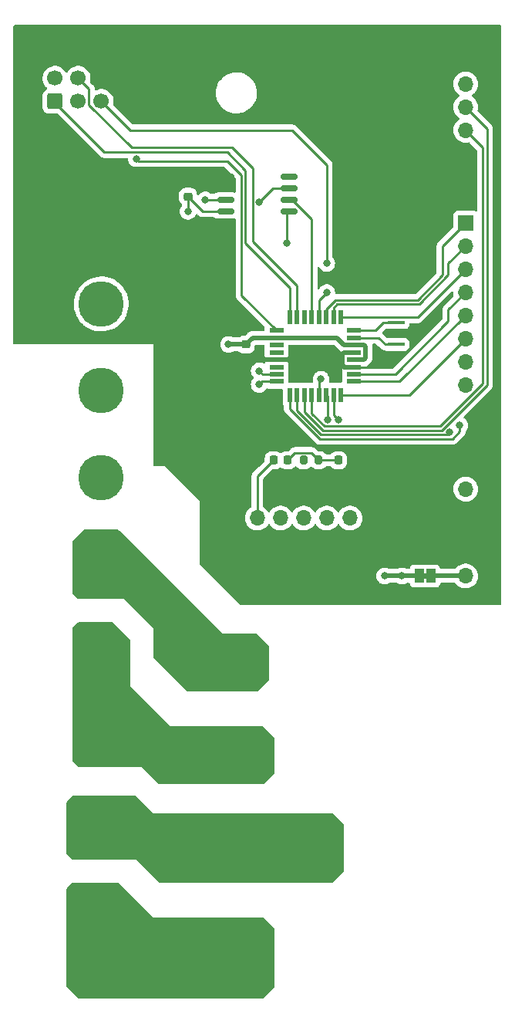
<source format=gtl>
G04 #@! TF.GenerationSoftware,KiCad,Pcbnew,6.0.1-79c1e3a40b~116~ubuntu21.04.1*
G04 #@! TF.CreationDate,2022-03-16T12:10:18-04:00*
G04 #@! TF.ProjectId,oven_v2,6f76656e-5f76-4322-9e6b-696361645f70,2*
G04 #@! TF.SameCoordinates,Original*
G04 #@! TF.FileFunction,Copper,L1,Top*
G04 #@! TF.FilePolarity,Positive*
%FSLAX46Y46*%
G04 Gerber Fmt 4.6, Leading zero omitted, Abs format (unit mm)*
G04 Created by KiCad (PCBNEW 6.0.1-79c1e3a40b~116~ubuntu21.04.1) date 2022-03-16 12:10:18*
%MOMM*%
%LPD*%
G01*
G04 APERTURE LIST*
G04 Aperture macros list*
%AMRoundRect*
0 Rectangle with rounded corners*
0 $1 Rounding radius*
0 $2 $3 $4 $5 $6 $7 $8 $9 X,Y pos of 4 corners*
0 Add a 4 corners polygon primitive as box body*
4,1,4,$2,$3,$4,$5,$6,$7,$8,$9,$2,$3,0*
0 Add four circle primitives for the rounded corners*
1,1,$1+$1,$2,$3*
1,1,$1+$1,$4,$5*
1,1,$1+$1,$6,$7*
1,1,$1+$1,$8,$9*
0 Add four rect primitives between the rounded corners*
20,1,$1+$1,$2,$3,$4,$5,0*
20,1,$1+$1,$4,$5,$6,$7,0*
20,1,$1+$1,$6,$7,$8,$9,0*
20,1,$1+$1,$8,$9,$2,$3,0*%
G04 Aperture macros list end*
G04 #@! TA.AperFunction,ComponentPad*
%ADD10C,5.000000*%
G04 #@! TD*
G04 #@! TA.AperFunction,SMDPad,CuDef*
%ADD11R,1.600000X0.550000*%
G04 #@! TD*
G04 #@! TA.AperFunction,SMDPad,CuDef*
%ADD12R,0.550000X1.600000*%
G04 #@! TD*
G04 #@! TA.AperFunction,ComponentPad*
%ADD13C,0.800000*%
G04 #@! TD*
G04 #@! TA.AperFunction,ComponentPad*
%ADD14C,7.000000*%
G04 #@! TD*
G04 #@! TA.AperFunction,SMDPad,CuDef*
%ADD15RoundRect,0.225000X-0.250000X0.225000X-0.250000X-0.225000X0.250000X-0.225000X0.250000X0.225000X0*%
G04 #@! TD*
G04 #@! TA.AperFunction,SMDPad,CuDef*
%ADD16RoundRect,0.225000X0.225000X0.250000X-0.225000X0.250000X-0.225000X-0.250000X0.225000X-0.250000X0*%
G04 #@! TD*
G04 #@! TA.AperFunction,SMDPad,CuDef*
%ADD17RoundRect,0.225000X-0.225000X-0.250000X0.225000X-0.250000X0.225000X0.250000X-0.225000X0.250000X0*%
G04 #@! TD*
G04 #@! TA.AperFunction,SMDPad,CuDef*
%ADD18RoundRect,0.225000X0.250000X-0.225000X0.250000X0.225000X-0.250000X0.225000X-0.250000X-0.225000X0*%
G04 #@! TD*
G04 #@! TA.AperFunction,ComponentPad*
%ADD19R,1.700000X1.700000*%
G04 #@! TD*
G04 #@! TA.AperFunction,ComponentPad*
%ADD20O,1.700000X1.700000*%
G04 #@! TD*
G04 #@! TA.AperFunction,ComponentPad*
%ADD21RoundRect,0.250002X1.699998X-1.699998X1.699998X1.699998X-1.699998X1.699998X-1.699998X-1.699998X0*%
G04 #@! TD*
G04 #@! TA.AperFunction,ComponentPad*
%ADD22RoundRect,0.250002X-1.699998X-1.699998X1.699998X-1.699998X1.699998X1.699998X-1.699998X1.699998X0*%
G04 #@! TD*
G04 #@! TA.AperFunction,ComponentPad*
%ADD23C,3.900000*%
G04 #@! TD*
G04 #@! TA.AperFunction,SMDPad,CuDef*
%ADD24R,1.000000X1.500000*%
G04 #@! TD*
G04 #@! TA.AperFunction,SMDPad,CuDef*
%ADD25RoundRect,0.200000X-0.200000X-0.275000X0.200000X-0.275000X0.200000X0.275000X-0.200000X0.275000X0*%
G04 #@! TD*
G04 #@! TA.AperFunction,SMDPad,CuDef*
%ADD26RoundRect,0.150000X-0.800000X-0.150000X0.800000X-0.150000X0.800000X0.150000X-0.800000X0.150000X0*%
G04 #@! TD*
G04 #@! TA.AperFunction,SMDPad,CuDef*
%ADD27R,1.900000X0.400000*%
G04 #@! TD*
G04 #@! TA.AperFunction,ComponentPad*
%ADD28RoundRect,0.250000X0.600000X-0.600000X0.600000X0.600000X-0.600000X0.600000X-0.600000X-0.600000X0*%
G04 #@! TD*
G04 #@! TA.AperFunction,ComponentPad*
%ADD29C,1.700000*%
G04 #@! TD*
G04 #@! TA.AperFunction,ViaPad*
%ADD30C,0.800000*%
G04 #@! TD*
G04 #@! TA.AperFunction,Conductor*
%ADD31C,0.250000*%
G04 #@! TD*
G04 #@! TA.AperFunction,Conductor*
%ADD32C,0.500000*%
G04 #@! TD*
G04 APERTURE END LIST*
G36*
X100565000Y-115870000D02*
G01*
X100065000Y-115870000D01*
X100065000Y-115270000D01*
X100565000Y-115270000D01*
X100565000Y-115870000D01*
G37*
D10*
X64770000Y-76200000D03*
X64770000Y-85725000D03*
X64770000Y-95250000D03*
X64770000Y-104775000D03*
X64770000Y-114300000D03*
X64770000Y-123825000D03*
X64770000Y-133350000D03*
X64770000Y-142875000D03*
X64770000Y-152400000D03*
D11*
X92515000Y-94240000D03*
X92515000Y-93440000D03*
X92515000Y-92640000D03*
X92515000Y-91840000D03*
X92515000Y-91040000D03*
X92515000Y-90240000D03*
X92515000Y-89440000D03*
X92515000Y-88640000D03*
D12*
X91065000Y-87190000D03*
X90265000Y-87190000D03*
X89465000Y-87190000D03*
X88665000Y-87190000D03*
X87865000Y-87190000D03*
X87065000Y-87190000D03*
X86265000Y-87190000D03*
X85465000Y-87190000D03*
D11*
X84015000Y-88640000D03*
X84015000Y-89440000D03*
X84015000Y-90240000D03*
X84015000Y-91040000D03*
X84015000Y-91840000D03*
X84015000Y-92640000D03*
X84015000Y-93440000D03*
X84015000Y-94240000D03*
D12*
X85465000Y-95690000D03*
X86265000Y-95690000D03*
X87065000Y-95690000D03*
X87865000Y-95690000D03*
X88665000Y-95690000D03*
X89465000Y-95690000D03*
X90265000Y-95690000D03*
X91065000Y-95690000D03*
D13*
X82235000Y-157560000D03*
X76985000Y-157560000D03*
X79610000Y-160185000D03*
D14*
X79610000Y-157560000D03*
D13*
X77753845Y-159416155D03*
X79610000Y-154935000D03*
X77753845Y-155703845D03*
X81466155Y-155703845D03*
X81466155Y-159416155D03*
D15*
X74295000Y-72390000D03*
X74295000Y-73940000D03*
D16*
X92355000Y-102870000D03*
X90805000Y-102870000D03*
D17*
X83680000Y-102870000D03*
X85230000Y-102870000D03*
D18*
X80645000Y-91720000D03*
X80645000Y-90170000D03*
D19*
X104775000Y-113030000D03*
D20*
X104775000Y-115570000D03*
D21*
X80010000Y-125095000D03*
D22*
X80010000Y-145415000D03*
D23*
X87810000Y-145415000D03*
D19*
X104775000Y-103505000D03*
D20*
X104775000Y-106045000D03*
D19*
X104775000Y-59055000D03*
D20*
X104775000Y-61595000D03*
X104775000Y-64135000D03*
X104775000Y-66675000D03*
D19*
X104775000Y-76835000D03*
D20*
X104775000Y-79375000D03*
X104775000Y-81915000D03*
X104775000Y-84455000D03*
X104775000Y-86995000D03*
X104775000Y-89535000D03*
X104775000Y-92075000D03*
X104775000Y-94615000D03*
D19*
X94615000Y-109220000D03*
D20*
X92075000Y-109220000D03*
X89535000Y-109220000D03*
X86995000Y-109220000D03*
X84455000Y-109220000D03*
X81915000Y-109220000D03*
D24*
X99665000Y-115570000D03*
X100965000Y-115570000D03*
D25*
X86995000Y-102870000D03*
X88645000Y-102870000D03*
D26*
X78415000Y-71755000D03*
X78415000Y-73025000D03*
X78415000Y-74295000D03*
X78415000Y-75565000D03*
X85415000Y-75565000D03*
X85415000Y-74295000D03*
X85415000Y-73025000D03*
X85415000Y-71755000D03*
D27*
X97155000Y-87770000D03*
X97155000Y-88970000D03*
X97155000Y-90170000D03*
D21*
X80010000Y-135255000D03*
D28*
X59690000Y-63500000D03*
D29*
X59690000Y-60960000D03*
X62230000Y-63500000D03*
X62230000Y-60960000D03*
X64770000Y-63500000D03*
X64770000Y-60960000D03*
D30*
X82110000Y-74560000D03*
X85110000Y-79060000D03*
X82110000Y-94560000D03*
X68610000Y-69784500D03*
X82110000Y-93060000D03*
X95885000Y-115570000D03*
X74295000Y-75565000D03*
X86995000Y-102870000D03*
X97790000Y-115570000D03*
X78740000Y-90170000D03*
X88645000Y-102870000D03*
X89535000Y-81280000D03*
X88900000Y-93980000D03*
X76200000Y-74295000D03*
X89535000Y-84455000D03*
X102982859Y-99807859D03*
X104140000Y-99060000D03*
X90805000Y-98425000D03*
X89625000Y-98425000D03*
D31*
X85415000Y-73025000D02*
X83645000Y-73025000D01*
X83645000Y-73025000D02*
X82110000Y-74560000D01*
X85110000Y-79060000D02*
X85110000Y-75870000D01*
X84015000Y-94240000D02*
X82430000Y-94240000D01*
X82430000Y-94240000D02*
X82110000Y-94560000D01*
X85110000Y-75870000D02*
X85415000Y-75565000D01*
X68885500Y-70060000D02*
X78610000Y-70060000D01*
X80160480Y-71610480D02*
X80160480Y-84785480D01*
X78610000Y-70060000D02*
X80160480Y-71610480D01*
X68610000Y-69784500D02*
X68885500Y-70060000D01*
X80160480Y-84785480D02*
X84015000Y-88640000D01*
X85465000Y-87190000D02*
X85465000Y-83915000D01*
X80610000Y-79060000D02*
X80610000Y-71060000D01*
X85465000Y-83915000D02*
X80610000Y-79060000D01*
X80610000Y-71060000D02*
X78610000Y-69060000D01*
X78610000Y-69060000D02*
X65110000Y-69060000D01*
X65110000Y-69060000D02*
X59690000Y-63640000D01*
X59690000Y-63640000D02*
X59690000Y-63500000D01*
X62230000Y-60960000D02*
X63404511Y-62134511D01*
X63404511Y-62134511D02*
X63404511Y-63854511D01*
X63404511Y-63854511D02*
X68110000Y-68560000D01*
X68110000Y-68560000D02*
X79110000Y-68560000D01*
X79110000Y-68560000D02*
X81385489Y-70835489D01*
X81385489Y-70835489D02*
X81385489Y-78835489D01*
X81385489Y-78835489D02*
X86265000Y-83715000D01*
X86265000Y-83715000D02*
X86265000Y-87190000D01*
X84015000Y-93440000D02*
X82490000Y-93440000D01*
X82490000Y-93440000D02*
X82110000Y-93060000D01*
X87865000Y-87190000D02*
X87865000Y-76393928D01*
X85766072Y-74295000D02*
X85415000Y-74295000D01*
X87865000Y-76393928D02*
X85766072Y-74295000D01*
X91654998Y-92640000D02*
X92515000Y-92640000D01*
D32*
X91429998Y-92640000D02*
X90629998Y-91840000D01*
X92515000Y-92640000D02*
X91429998Y-92640000D01*
X91264999Y-91204999D02*
X91264999Y-92475001D01*
D31*
X90854998Y-91840000D02*
X91654998Y-92640000D01*
X99695000Y-89535000D02*
X96590000Y-92640000D01*
D32*
X92515000Y-91040000D02*
X91429998Y-91040000D01*
D31*
X84015000Y-91840000D02*
X90854998Y-91840000D01*
X99130000Y-88970000D02*
X99695000Y-89535000D01*
D32*
X90629998Y-91840000D02*
X84015000Y-91840000D01*
X80765000Y-91840000D02*
X80645000Y-91720000D01*
X91429998Y-91040000D02*
X91264999Y-91204999D01*
D31*
X96590000Y-92640000D02*
X92515000Y-92640000D01*
D32*
X84015000Y-91840000D02*
X80765000Y-91840000D01*
D31*
X97155000Y-88970000D02*
X99130000Y-88970000D01*
D32*
X91264999Y-92475001D02*
X91429998Y-92640000D01*
X93600002Y-91840000D02*
X92515000Y-91840000D01*
X92515000Y-90240000D02*
X93600002Y-90240000D01*
X81375000Y-89440000D02*
X84015000Y-89440000D01*
X91429998Y-90240000D02*
X92515000Y-90240000D01*
X93765001Y-90404999D02*
X93765001Y-91675001D01*
X99665000Y-115570000D02*
X97790000Y-115570000D01*
D31*
X74295000Y-73940000D02*
X74295000Y-75565000D01*
D32*
X95885000Y-115570000D02*
X97790000Y-115570000D01*
X93765001Y-91675001D02*
X93600002Y-91840000D01*
X93600002Y-90240000D02*
X93765001Y-90404999D01*
X78740000Y-90170000D02*
X80645000Y-90170000D01*
X90629998Y-89440000D02*
X91429998Y-90240000D01*
X84015000Y-89440000D02*
X90629998Y-89440000D01*
X80645000Y-90170000D02*
X81375000Y-89440000D01*
D31*
X74295000Y-73940000D02*
X75920000Y-75565000D01*
X75920000Y-75565000D02*
X78415000Y-75565000D01*
X95745000Y-87770000D02*
X97155000Y-87770000D01*
X92515000Y-88640000D02*
X94875000Y-88640000D01*
X94875000Y-88640000D02*
X95745000Y-87770000D01*
X95955000Y-90170000D02*
X95225000Y-89440000D01*
X97155000Y-90170000D02*
X95955000Y-90170000D01*
X95225000Y-89440000D02*
X92515000Y-89440000D01*
X67945000Y-66675000D02*
X85727820Y-66675000D01*
X64770000Y-63500000D02*
X67945000Y-66675000D01*
X88645000Y-102870000D02*
X90805000Y-102870000D01*
X88665000Y-94215000D02*
X88900000Y-93980000D01*
X85727820Y-66675000D02*
X89535000Y-70482180D01*
X88665000Y-95690000D02*
X88665000Y-94215000D01*
X89535000Y-70482180D02*
X89535000Y-81280000D01*
X85230000Y-102870000D02*
X86030010Y-102069990D01*
X86030010Y-102069990D02*
X87844990Y-102069990D01*
X87844990Y-102069990D02*
X88645000Y-102870000D01*
X81915000Y-104635000D02*
X83680000Y-102870000D01*
X81915000Y-109220000D02*
X81915000Y-104635000D01*
D32*
X100965000Y-115570000D02*
X104775000Y-115570000D01*
D31*
X78415000Y-74295000D02*
X76200000Y-74295000D01*
X88665000Y-87190000D02*
X88665000Y-85325000D01*
X88665000Y-85325000D02*
X89535000Y-84455000D01*
X106680000Y-68580000D02*
X106680000Y-94449002D01*
X89276999Y-99150001D02*
X87865000Y-97738002D01*
X101979001Y-99150001D02*
X89276999Y-99150001D01*
X104775000Y-66675000D02*
X106680000Y-68580000D01*
X87865000Y-97738002D02*
X87865000Y-95690000D01*
X106680000Y-94449002D02*
X101979001Y-99150001D01*
X87065000Y-97574412D02*
X89090599Y-99600011D01*
X102165402Y-99600010D02*
X107130010Y-94635402D01*
X107130010Y-94635402D02*
X107130010Y-66490010D01*
X107130010Y-66490010D02*
X104775000Y-64135000D01*
X89090599Y-99600011D02*
X102165402Y-99600010D01*
X87065000Y-95690000D02*
X87065000Y-97574412D01*
X97530000Y-94240000D02*
X104775000Y-86995000D01*
X92515000Y-94240000D02*
X97530000Y-94240000D01*
X91065000Y-95690000D02*
X98620000Y-95690000D01*
X98620000Y-95690000D02*
X104775000Y-89535000D01*
X86265000Y-97410820D02*
X88904200Y-100050020D01*
X102740698Y-100050020D02*
X102982859Y-99807859D01*
X86265000Y-95690000D02*
X86265000Y-97410820D01*
X88904200Y-100050020D02*
X102740698Y-100050020D01*
X88750630Y-100532860D02*
X85465000Y-97247230D01*
X85465000Y-97247230D02*
X85465000Y-95690000D01*
X104140000Y-99060000D02*
X104140000Y-99723720D01*
X104140000Y-99723720D02*
X103330860Y-100532860D01*
X103330860Y-100532860D02*
X88750630Y-100532860D01*
X99508600Y-85274990D02*
X90493599Y-85274991D01*
X104775000Y-76835000D02*
X102235000Y-79375000D01*
X90493599Y-85274991D02*
X89465000Y-86303590D01*
X102235000Y-79375000D02*
X102235000Y-82548590D01*
X89465000Y-86303590D02*
X89465000Y-87190000D01*
X102235000Y-82548590D02*
X99508600Y-85274990D01*
X90680000Y-85725000D02*
X99695000Y-85725000D01*
X102870000Y-81280000D02*
X104775000Y-79375000D01*
X99695000Y-85725000D02*
X102870000Y-82550000D01*
X90265000Y-86140000D02*
X90680000Y-85725000D01*
X90265000Y-87190000D02*
X90265000Y-86140000D01*
X102870000Y-82550000D02*
X102870000Y-81280000D01*
X90265000Y-95690000D02*
X90265000Y-97885000D01*
X90265000Y-97885000D02*
X90805000Y-98425000D01*
X89625000Y-98425000D02*
X89625000Y-95850000D01*
X89625000Y-95850000D02*
X89465000Y-95690000D01*
X91065000Y-87190000D02*
X99500000Y-87190000D01*
X99500000Y-87190000D02*
X104775000Y-81915000D01*
X102870000Y-87630000D02*
X97060000Y-93440000D01*
X97060000Y-93440000D02*
X92515000Y-93440000D01*
X102870000Y-86360000D02*
X102870000Y-87630000D01*
X104775000Y-84455000D02*
X102870000Y-86360000D01*
G04 #@! TA.AperFunction,Conductor*
G36*
X108654121Y-55138002D02*
G01*
X108700614Y-55191658D01*
X108712000Y-55244000D01*
X108712000Y-118619000D01*
X108691998Y-118687121D01*
X108638342Y-118733614D01*
X108586000Y-118745000D01*
X80062190Y-118745000D01*
X79994069Y-118724998D01*
X79973095Y-118708095D01*
X76835000Y-115570000D01*
X94971496Y-115570000D01*
X94972186Y-115576565D01*
X94978844Y-115639908D01*
X94991458Y-115759928D01*
X95050473Y-115941556D01*
X95145960Y-116106944D01*
X95273747Y-116248866D01*
X95299309Y-116267438D01*
X95422904Y-116357235D01*
X95428248Y-116361118D01*
X95434276Y-116363802D01*
X95434278Y-116363803D01*
X95534681Y-116408505D01*
X95602712Y-116438794D01*
X95689009Y-116457137D01*
X95783056Y-116477128D01*
X95783061Y-116477128D01*
X95789513Y-116478500D01*
X95980487Y-116478500D01*
X95986939Y-116477128D01*
X95986944Y-116477128D01*
X96080991Y-116457137D01*
X96167288Y-116438794D01*
X96235319Y-116408505D01*
X96335722Y-116363803D01*
X96335724Y-116363802D01*
X96341752Y-116361118D01*
X96347091Y-116357239D01*
X96347098Y-116357235D01*
X96353528Y-116352563D01*
X96427587Y-116328500D01*
X97247413Y-116328500D01*
X97321472Y-116352563D01*
X97327902Y-116357235D01*
X97327909Y-116357239D01*
X97333248Y-116361118D01*
X97339276Y-116363802D01*
X97339278Y-116363803D01*
X97439681Y-116408505D01*
X97507712Y-116438794D01*
X97594009Y-116457137D01*
X97688056Y-116477128D01*
X97688061Y-116477128D01*
X97694513Y-116478500D01*
X97885487Y-116478500D01*
X97891939Y-116477128D01*
X97891944Y-116477128D01*
X97985991Y-116457137D01*
X98072288Y-116438794D01*
X98140319Y-116408505D01*
X98240722Y-116363803D01*
X98240724Y-116363802D01*
X98246752Y-116361118D01*
X98252091Y-116357239D01*
X98252098Y-116357235D01*
X98258528Y-116352563D01*
X98332587Y-116328500D01*
X98540507Y-116328500D01*
X98608628Y-116348502D01*
X98655121Y-116402158D01*
X98662543Y-116423763D01*
X98663255Y-116430316D01*
X98666027Y-116437711D01*
X98666028Y-116437714D01*
X98680804Y-116477128D01*
X98714385Y-116566705D01*
X98801739Y-116683261D01*
X98918295Y-116770615D01*
X99054684Y-116821745D01*
X99116866Y-116828500D01*
X100213134Y-116828500D01*
X100275316Y-116821745D01*
X100282715Y-116818971D01*
X100285854Y-116818225D01*
X100344146Y-116818225D01*
X100347285Y-116818971D01*
X100354684Y-116821745D01*
X100416866Y-116828500D01*
X101513134Y-116828500D01*
X101575316Y-116821745D01*
X101711705Y-116770615D01*
X101828261Y-116683261D01*
X101915615Y-116566705D01*
X101949196Y-116477128D01*
X101963972Y-116437714D01*
X101963973Y-116437711D01*
X101966745Y-116430316D01*
X101967372Y-116424547D01*
X102002126Y-116363709D01*
X102065081Y-116330887D01*
X102089493Y-116328500D01*
X103577491Y-116328500D01*
X103645612Y-116348502D01*
X103674402Y-116375595D01*
X103674987Y-116375088D01*
X103821250Y-116543938D01*
X103993126Y-116686632D01*
X104186000Y-116799338D01*
X104190825Y-116801180D01*
X104190826Y-116801181D01*
X104244678Y-116821745D01*
X104394692Y-116879030D01*
X104399760Y-116880061D01*
X104399763Y-116880062D01*
X104507017Y-116901883D01*
X104613597Y-116923567D01*
X104618772Y-116923757D01*
X104618774Y-116923757D01*
X104831673Y-116931564D01*
X104831677Y-116931564D01*
X104836837Y-116931753D01*
X104841957Y-116931097D01*
X104841959Y-116931097D01*
X105053288Y-116904025D01*
X105053289Y-116904025D01*
X105058416Y-116903368D01*
X105063366Y-116901883D01*
X105267429Y-116840661D01*
X105267434Y-116840659D01*
X105272384Y-116839174D01*
X105472994Y-116740896D01*
X105654860Y-116611173D01*
X105813096Y-116453489D01*
X105822670Y-116440166D01*
X105940435Y-116276277D01*
X105943453Y-116272077D01*
X105953006Y-116252749D01*
X106040136Y-116076453D01*
X106040137Y-116076451D01*
X106042430Y-116071811D01*
X106107370Y-115858069D01*
X106136529Y-115636590D01*
X106138156Y-115570000D01*
X106119852Y-115347361D01*
X106065431Y-115130702D01*
X105976354Y-114925840D01*
X105900840Y-114809113D01*
X105857822Y-114742617D01*
X105857820Y-114742614D01*
X105855014Y-114738277D01*
X105704670Y-114573051D01*
X105700619Y-114569852D01*
X105700615Y-114569848D01*
X105533414Y-114437800D01*
X105533410Y-114437798D01*
X105529359Y-114434598D01*
X105333789Y-114326638D01*
X105328920Y-114324914D01*
X105328916Y-114324912D01*
X105128087Y-114253795D01*
X105128083Y-114253794D01*
X105123212Y-114252069D01*
X105118119Y-114251162D01*
X105118116Y-114251161D01*
X104908373Y-114213800D01*
X104908367Y-114213799D01*
X104903284Y-114212894D01*
X104829452Y-114211992D01*
X104685081Y-114210228D01*
X104685079Y-114210228D01*
X104679911Y-114210165D01*
X104459091Y-114243955D01*
X104246756Y-114313357D01*
X104048607Y-114416507D01*
X104044474Y-114419610D01*
X104044471Y-114419612D01*
X103874100Y-114547530D01*
X103869965Y-114550635D01*
X103715629Y-114712138D01*
X103685363Y-114756507D01*
X103630455Y-114801507D01*
X103581277Y-114811500D01*
X102089493Y-114811500D01*
X102021372Y-114791498D01*
X101974879Y-114737842D01*
X101967457Y-114716237D01*
X101966745Y-114709684D01*
X101963053Y-114699834D01*
X101918767Y-114581703D01*
X101915615Y-114573295D01*
X101828261Y-114456739D01*
X101711705Y-114369385D01*
X101575316Y-114318255D01*
X101513134Y-114311500D01*
X100416866Y-114311500D01*
X100354684Y-114318255D01*
X100347285Y-114321029D01*
X100344146Y-114321775D01*
X100285854Y-114321775D01*
X100282715Y-114321029D01*
X100275316Y-114318255D01*
X100213134Y-114311500D01*
X99116866Y-114311500D01*
X99054684Y-114318255D01*
X98918295Y-114369385D01*
X98801739Y-114456739D01*
X98714385Y-114573295D01*
X98711233Y-114581703D01*
X98666948Y-114699834D01*
X98663255Y-114709684D01*
X98662628Y-114715453D01*
X98627874Y-114776291D01*
X98564919Y-114809113D01*
X98540507Y-114811500D01*
X98332587Y-114811500D01*
X98258528Y-114787437D01*
X98252098Y-114782765D01*
X98252091Y-114782761D01*
X98246752Y-114778882D01*
X98240724Y-114776198D01*
X98240722Y-114776197D01*
X98078319Y-114703891D01*
X98078318Y-114703891D01*
X98072288Y-114701206D01*
X97978887Y-114681353D01*
X97891944Y-114662872D01*
X97891939Y-114662872D01*
X97885487Y-114661500D01*
X97694513Y-114661500D01*
X97688061Y-114662872D01*
X97688056Y-114662872D01*
X97601113Y-114681353D01*
X97507712Y-114701206D01*
X97501682Y-114703891D01*
X97501681Y-114703891D01*
X97339278Y-114776197D01*
X97339276Y-114776198D01*
X97333248Y-114778882D01*
X97327909Y-114782761D01*
X97327902Y-114782765D01*
X97321472Y-114787437D01*
X97247413Y-114811500D01*
X96427587Y-114811500D01*
X96353528Y-114787437D01*
X96347098Y-114782765D01*
X96347091Y-114782761D01*
X96341752Y-114778882D01*
X96335724Y-114776198D01*
X96335722Y-114776197D01*
X96173319Y-114703891D01*
X96173318Y-114703891D01*
X96167288Y-114701206D01*
X96073887Y-114681353D01*
X95986944Y-114662872D01*
X95986939Y-114662872D01*
X95980487Y-114661500D01*
X95789513Y-114661500D01*
X95783061Y-114662872D01*
X95783056Y-114662872D01*
X95696113Y-114681353D01*
X95602712Y-114701206D01*
X95596682Y-114703891D01*
X95596681Y-114703891D01*
X95434278Y-114776197D01*
X95434276Y-114776198D01*
X95428248Y-114778882D01*
X95422907Y-114782762D01*
X95422906Y-114782763D01*
X95397107Y-114801507D01*
X95273747Y-114891134D01*
X95269326Y-114896044D01*
X95269325Y-114896045D01*
X95242498Y-114925840D01*
X95145960Y-115033056D01*
X95050473Y-115198444D01*
X94991458Y-115380072D01*
X94971496Y-115570000D01*
X76835000Y-115570000D01*
X75601905Y-114336905D01*
X75567879Y-114274593D01*
X75565000Y-114247810D01*
X75565000Y-109186695D01*
X80552251Y-109186695D01*
X80552548Y-109191848D01*
X80552548Y-109191851D01*
X80558011Y-109286590D01*
X80565110Y-109409715D01*
X80566247Y-109414761D01*
X80566248Y-109414767D01*
X80586119Y-109502939D01*
X80614222Y-109627639D01*
X80698266Y-109834616D01*
X80749019Y-109917438D01*
X80812291Y-110020688D01*
X80814987Y-110025088D01*
X80961250Y-110193938D01*
X81133126Y-110336632D01*
X81326000Y-110449338D01*
X81534692Y-110529030D01*
X81539760Y-110530061D01*
X81539763Y-110530062D01*
X81647017Y-110551883D01*
X81753597Y-110573567D01*
X81758772Y-110573757D01*
X81758774Y-110573757D01*
X81971673Y-110581564D01*
X81971677Y-110581564D01*
X81976837Y-110581753D01*
X81981957Y-110581097D01*
X81981959Y-110581097D01*
X82193288Y-110554025D01*
X82193289Y-110554025D01*
X82198416Y-110553368D01*
X82203366Y-110551883D01*
X82407429Y-110490661D01*
X82407434Y-110490659D01*
X82412384Y-110489174D01*
X82612994Y-110390896D01*
X82794860Y-110261173D01*
X82953096Y-110103489D01*
X83012594Y-110020689D01*
X83083453Y-109922077D01*
X83084776Y-109923028D01*
X83131645Y-109879857D01*
X83201580Y-109867625D01*
X83267026Y-109895144D01*
X83294875Y-109926994D01*
X83354987Y-110025088D01*
X83501250Y-110193938D01*
X83673126Y-110336632D01*
X83866000Y-110449338D01*
X84074692Y-110529030D01*
X84079760Y-110530061D01*
X84079763Y-110530062D01*
X84187017Y-110551883D01*
X84293597Y-110573567D01*
X84298772Y-110573757D01*
X84298774Y-110573757D01*
X84511673Y-110581564D01*
X84511677Y-110581564D01*
X84516837Y-110581753D01*
X84521957Y-110581097D01*
X84521959Y-110581097D01*
X84733288Y-110554025D01*
X84733289Y-110554025D01*
X84738416Y-110553368D01*
X84743366Y-110551883D01*
X84947429Y-110490661D01*
X84947434Y-110490659D01*
X84952384Y-110489174D01*
X85152994Y-110390896D01*
X85334860Y-110261173D01*
X85493096Y-110103489D01*
X85552594Y-110020689D01*
X85623453Y-109922077D01*
X85624776Y-109923028D01*
X85671645Y-109879857D01*
X85741580Y-109867625D01*
X85807026Y-109895144D01*
X85834875Y-109926994D01*
X85894987Y-110025088D01*
X86041250Y-110193938D01*
X86213126Y-110336632D01*
X86406000Y-110449338D01*
X86614692Y-110529030D01*
X86619760Y-110530061D01*
X86619763Y-110530062D01*
X86727017Y-110551883D01*
X86833597Y-110573567D01*
X86838772Y-110573757D01*
X86838774Y-110573757D01*
X87051673Y-110581564D01*
X87051677Y-110581564D01*
X87056837Y-110581753D01*
X87061957Y-110581097D01*
X87061959Y-110581097D01*
X87273288Y-110554025D01*
X87273289Y-110554025D01*
X87278416Y-110553368D01*
X87283366Y-110551883D01*
X87487429Y-110490661D01*
X87487434Y-110490659D01*
X87492384Y-110489174D01*
X87692994Y-110390896D01*
X87874860Y-110261173D01*
X88033096Y-110103489D01*
X88092594Y-110020689D01*
X88163453Y-109922077D01*
X88164776Y-109923028D01*
X88211645Y-109879857D01*
X88281580Y-109867625D01*
X88347026Y-109895144D01*
X88374875Y-109926994D01*
X88434987Y-110025088D01*
X88581250Y-110193938D01*
X88753126Y-110336632D01*
X88946000Y-110449338D01*
X89154692Y-110529030D01*
X89159760Y-110530061D01*
X89159763Y-110530062D01*
X89267017Y-110551883D01*
X89373597Y-110573567D01*
X89378772Y-110573757D01*
X89378774Y-110573757D01*
X89591673Y-110581564D01*
X89591677Y-110581564D01*
X89596837Y-110581753D01*
X89601957Y-110581097D01*
X89601959Y-110581097D01*
X89813288Y-110554025D01*
X89813289Y-110554025D01*
X89818416Y-110553368D01*
X89823366Y-110551883D01*
X90027429Y-110490661D01*
X90027434Y-110490659D01*
X90032384Y-110489174D01*
X90232994Y-110390896D01*
X90414860Y-110261173D01*
X90573096Y-110103489D01*
X90632594Y-110020689D01*
X90703453Y-109922077D01*
X90704776Y-109923028D01*
X90751645Y-109879857D01*
X90821580Y-109867625D01*
X90887026Y-109895144D01*
X90914875Y-109926994D01*
X90974987Y-110025088D01*
X91121250Y-110193938D01*
X91293126Y-110336632D01*
X91486000Y-110449338D01*
X91694692Y-110529030D01*
X91699760Y-110530061D01*
X91699763Y-110530062D01*
X91807017Y-110551883D01*
X91913597Y-110573567D01*
X91918772Y-110573757D01*
X91918774Y-110573757D01*
X92131673Y-110581564D01*
X92131677Y-110581564D01*
X92136837Y-110581753D01*
X92141957Y-110581097D01*
X92141959Y-110581097D01*
X92353288Y-110554025D01*
X92353289Y-110554025D01*
X92358416Y-110553368D01*
X92363366Y-110551883D01*
X92567429Y-110490661D01*
X92567434Y-110490659D01*
X92572384Y-110489174D01*
X92772994Y-110390896D01*
X92954860Y-110261173D01*
X93113096Y-110103489D01*
X93172594Y-110020689D01*
X93240435Y-109926277D01*
X93243453Y-109922077D01*
X93264320Y-109879857D01*
X93340136Y-109726453D01*
X93340137Y-109726451D01*
X93342430Y-109721811D01*
X93407370Y-109508069D01*
X93436529Y-109286590D01*
X93438156Y-109220000D01*
X93419852Y-108997361D01*
X93365431Y-108780702D01*
X93276354Y-108575840D01*
X93155014Y-108388277D01*
X93004670Y-108223051D01*
X93000619Y-108219852D01*
X93000615Y-108219848D01*
X92833414Y-108087800D01*
X92833410Y-108087798D01*
X92829359Y-108084598D01*
X92824831Y-108082098D01*
X92708988Y-108018150D01*
X92633789Y-107976638D01*
X92628920Y-107974914D01*
X92628916Y-107974912D01*
X92428087Y-107903795D01*
X92428083Y-107903794D01*
X92423212Y-107902069D01*
X92418119Y-107901162D01*
X92418116Y-107901161D01*
X92208373Y-107863800D01*
X92208367Y-107863799D01*
X92203284Y-107862894D01*
X92129452Y-107861992D01*
X91985081Y-107860228D01*
X91985079Y-107860228D01*
X91979911Y-107860165D01*
X91759091Y-107893955D01*
X91546756Y-107963357D01*
X91516443Y-107979137D01*
X91372975Y-108053822D01*
X91348607Y-108066507D01*
X91344474Y-108069610D01*
X91344471Y-108069612D01*
X91320247Y-108087800D01*
X91169965Y-108200635D01*
X91015629Y-108362138D01*
X90908201Y-108519621D01*
X90853293Y-108564621D01*
X90782768Y-108572792D01*
X90719021Y-108541538D01*
X90698324Y-108517054D01*
X90617822Y-108392617D01*
X90617820Y-108392614D01*
X90615014Y-108388277D01*
X90464670Y-108223051D01*
X90460619Y-108219852D01*
X90460615Y-108219848D01*
X90293414Y-108087800D01*
X90293410Y-108087798D01*
X90289359Y-108084598D01*
X90284831Y-108082098D01*
X90168988Y-108018150D01*
X90093789Y-107976638D01*
X90088920Y-107974914D01*
X90088916Y-107974912D01*
X89888087Y-107903795D01*
X89888083Y-107903794D01*
X89883212Y-107902069D01*
X89878119Y-107901162D01*
X89878116Y-107901161D01*
X89668373Y-107863800D01*
X89668367Y-107863799D01*
X89663284Y-107862894D01*
X89589452Y-107861992D01*
X89445081Y-107860228D01*
X89445079Y-107860228D01*
X89439911Y-107860165D01*
X89219091Y-107893955D01*
X89006756Y-107963357D01*
X88976443Y-107979137D01*
X88832975Y-108053822D01*
X88808607Y-108066507D01*
X88804474Y-108069610D01*
X88804471Y-108069612D01*
X88780247Y-108087800D01*
X88629965Y-108200635D01*
X88475629Y-108362138D01*
X88368201Y-108519621D01*
X88313293Y-108564621D01*
X88242768Y-108572792D01*
X88179021Y-108541538D01*
X88158324Y-108517054D01*
X88077822Y-108392617D01*
X88077820Y-108392614D01*
X88075014Y-108388277D01*
X87924670Y-108223051D01*
X87920619Y-108219852D01*
X87920615Y-108219848D01*
X87753414Y-108087800D01*
X87753410Y-108087798D01*
X87749359Y-108084598D01*
X87744831Y-108082098D01*
X87628988Y-108018150D01*
X87553789Y-107976638D01*
X87548920Y-107974914D01*
X87548916Y-107974912D01*
X87348087Y-107903795D01*
X87348083Y-107903794D01*
X87343212Y-107902069D01*
X87338119Y-107901162D01*
X87338116Y-107901161D01*
X87128373Y-107863800D01*
X87128367Y-107863799D01*
X87123284Y-107862894D01*
X87049452Y-107861992D01*
X86905081Y-107860228D01*
X86905079Y-107860228D01*
X86899911Y-107860165D01*
X86679091Y-107893955D01*
X86466756Y-107963357D01*
X86436443Y-107979137D01*
X86292975Y-108053822D01*
X86268607Y-108066507D01*
X86264474Y-108069610D01*
X86264471Y-108069612D01*
X86240247Y-108087800D01*
X86089965Y-108200635D01*
X85935629Y-108362138D01*
X85828201Y-108519621D01*
X85773293Y-108564621D01*
X85702768Y-108572792D01*
X85639021Y-108541538D01*
X85618324Y-108517054D01*
X85537822Y-108392617D01*
X85537820Y-108392614D01*
X85535014Y-108388277D01*
X85384670Y-108223051D01*
X85380619Y-108219852D01*
X85380615Y-108219848D01*
X85213414Y-108087800D01*
X85213410Y-108087798D01*
X85209359Y-108084598D01*
X85204831Y-108082098D01*
X85088988Y-108018150D01*
X85013789Y-107976638D01*
X85008920Y-107974914D01*
X85008916Y-107974912D01*
X84808087Y-107903795D01*
X84808083Y-107903794D01*
X84803212Y-107902069D01*
X84798119Y-107901162D01*
X84798116Y-107901161D01*
X84588373Y-107863800D01*
X84588367Y-107863799D01*
X84583284Y-107862894D01*
X84509452Y-107861992D01*
X84365081Y-107860228D01*
X84365079Y-107860228D01*
X84359911Y-107860165D01*
X84139091Y-107893955D01*
X83926756Y-107963357D01*
X83896443Y-107979137D01*
X83752975Y-108053822D01*
X83728607Y-108066507D01*
X83724474Y-108069610D01*
X83724471Y-108069612D01*
X83700247Y-108087800D01*
X83549965Y-108200635D01*
X83395629Y-108362138D01*
X83288201Y-108519621D01*
X83233293Y-108564621D01*
X83162768Y-108572792D01*
X83099021Y-108541538D01*
X83078324Y-108517054D01*
X82997822Y-108392617D01*
X82997820Y-108392614D01*
X82995014Y-108388277D01*
X82844670Y-108223051D01*
X82840619Y-108219852D01*
X82840615Y-108219848D01*
X82673414Y-108087800D01*
X82673410Y-108087798D01*
X82669359Y-108084598D01*
X82664835Y-108082101D01*
X82664831Y-108082098D01*
X82613608Y-108053822D01*
X82563636Y-108003390D01*
X82548500Y-107943513D01*
X82548500Y-106011695D01*
X103412251Y-106011695D01*
X103412548Y-106016848D01*
X103412548Y-106016851D01*
X103418011Y-106111590D01*
X103425110Y-106234715D01*
X103426247Y-106239761D01*
X103426248Y-106239767D01*
X103435721Y-106281799D01*
X103474222Y-106452639D01*
X103558266Y-106659616D01*
X103674987Y-106850088D01*
X103821250Y-107018938D01*
X103993126Y-107161632D01*
X104186000Y-107274338D01*
X104394692Y-107354030D01*
X104399760Y-107355061D01*
X104399763Y-107355062D01*
X104507017Y-107376883D01*
X104613597Y-107398567D01*
X104618772Y-107398757D01*
X104618774Y-107398757D01*
X104831673Y-107406564D01*
X104831677Y-107406564D01*
X104836837Y-107406753D01*
X104841957Y-107406097D01*
X104841959Y-107406097D01*
X105053288Y-107379025D01*
X105053289Y-107379025D01*
X105058416Y-107378368D01*
X105063366Y-107376883D01*
X105267429Y-107315661D01*
X105267434Y-107315659D01*
X105272384Y-107314174D01*
X105472994Y-107215896D01*
X105654860Y-107086173D01*
X105813096Y-106928489D01*
X105872594Y-106845689D01*
X105940435Y-106751277D01*
X105943453Y-106747077D01*
X106042430Y-106546811D01*
X106107370Y-106333069D01*
X106136529Y-106111590D01*
X106138156Y-106045000D01*
X106119852Y-105822361D01*
X106065431Y-105605702D01*
X105976354Y-105400840D01*
X105855014Y-105213277D01*
X105704670Y-105048051D01*
X105700619Y-105044852D01*
X105700615Y-105044848D01*
X105533414Y-104912800D01*
X105533410Y-104912798D01*
X105529359Y-104909598D01*
X105333789Y-104801638D01*
X105328920Y-104799914D01*
X105328916Y-104799912D01*
X105128087Y-104728795D01*
X105128083Y-104728794D01*
X105123212Y-104727069D01*
X105118119Y-104726162D01*
X105118116Y-104726161D01*
X104908373Y-104688800D01*
X104908367Y-104688799D01*
X104903284Y-104687894D01*
X104829452Y-104686992D01*
X104685081Y-104685228D01*
X104685079Y-104685228D01*
X104679911Y-104685165D01*
X104459091Y-104718955D01*
X104246756Y-104788357D01*
X104048607Y-104891507D01*
X104044474Y-104894610D01*
X104044471Y-104894612D01*
X103874100Y-105022530D01*
X103869965Y-105025635D01*
X103715629Y-105187138D01*
X103589743Y-105371680D01*
X103495688Y-105574305D01*
X103435989Y-105789570D01*
X103412251Y-106011695D01*
X82548500Y-106011695D01*
X82548500Y-104949594D01*
X82568502Y-104881473D01*
X82585401Y-104860503D01*
X83555502Y-103890403D01*
X83617812Y-103856379D01*
X83644595Y-103853500D01*
X83953732Y-103853500D01*
X83956978Y-103853163D01*
X83956982Y-103853163D01*
X83991083Y-103849625D01*
X84056019Y-103842887D01*
X84090737Y-103831304D01*
X84211324Y-103791073D01*
X84211326Y-103791072D01*
X84218268Y-103788756D01*
X84224493Y-103784904D01*
X84357487Y-103702605D01*
X84357488Y-103702604D01*
X84363713Y-103698752D01*
X84368886Y-103693570D01*
X84374620Y-103689025D01*
X84376142Y-103690945D01*
X84428206Y-103662455D01*
X84499026Y-103667456D01*
X84535552Y-103690882D01*
X84536372Y-103689843D01*
X84542118Y-103694381D01*
X84547298Y-103699552D01*
X84553528Y-103703392D01*
X84553529Y-103703393D01*
X84635921Y-103754180D01*
X84692899Y-103789302D01*
X84855243Y-103843149D01*
X84862080Y-103843849D01*
X84862082Y-103843850D01*
X84903401Y-103848083D01*
X84956268Y-103853500D01*
X85503732Y-103853500D01*
X85506978Y-103853163D01*
X85506982Y-103853163D01*
X85541083Y-103849625D01*
X85606019Y-103842887D01*
X85640737Y-103831304D01*
X85761324Y-103791073D01*
X85761326Y-103791072D01*
X85768268Y-103788756D01*
X85913713Y-103698752D01*
X85922607Y-103689843D01*
X86029381Y-103582882D01*
X86034552Y-103577702D01*
X86034554Y-103577699D01*
X86090020Y-103538377D01*
X86160944Y-103535147D01*
X86222354Y-103570775D01*
X86229593Y-103579159D01*
X86233361Y-103585381D01*
X86354619Y-103706639D01*
X86501301Y-103795472D01*
X86508548Y-103797743D01*
X86508550Y-103797744D01*
X86574836Y-103818517D01*
X86664938Y-103846753D01*
X86738365Y-103853500D01*
X86741263Y-103853500D01*
X86995665Y-103853499D01*
X87251634Y-103853499D01*
X87254492Y-103853236D01*
X87254501Y-103853236D01*
X87290004Y-103849974D01*
X87325062Y-103846753D01*
X87331447Y-103844752D01*
X87481450Y-103797744D01*
X87481452Y-103797743D01*
X87488699Y-103795472D01*
X87635381Y-103706639D01*
X87730905Y-103611115D01*
X87793217Y-103577089D01*
X87864032Y-103582154D01*
X87909095Y-103611115D01*
X88004619Y-103706639D01*
X88151301Y-103795472D01*
X88158548Y-103797743D01*
X88158550Y-103797744D01*
X88224836Y-103818517D01*
X88314938Y-103846753D01*
X88388365Y-103853500D01*
X88391263Y-103853500D01*
X88645665Y-103853499D01*
X88901634Y-103853499D01*
X88904492Y-103853236D01*
X88904501Y-103853236D01*
X88940004Y-103849974D01*
X88975062Y-103846753D01*
X88981447Y-103844752D01*
X89131450Y-103797744D01*
X89131452Y-103797743D01*
X89138699Y-103795472D01*
X89285381Y-103706639D01*
X89406639Y-103585381D01*
X89419449Y-103564229D01*
X89471846Y-103516322D01*
X89527225Y-103503500D01*
X89884501Y-103503500D01*
X89952622Y-103523502D01*
X89991644Y-103563195D01*
X89997395Y-103572488D01*
X89997399Y-103572493D01*
X90001248Y-103578713D01*
X90122298Y-103699552D01*
X90128528Y-103703392D01*
X90128529Y-103703393D01*
X90210921Y-103754180D01*
X90267899Y-103789302D01*
X90430243Y-103843149D01*
X90437080Y-103843849D01*
X90437082Y-103843850D01*
X90478401Y-103848083D01*
X90531268Y-103853500D01*
X91078732Y-103853500D01*
X91081978Y-103853163D01*
X91081982Y-103853163D01*
X91116083Y-103849625D01*
X91181019Y-103842887D01*
X91215737Y-103831304D01*
X91336324Y-103791073D01*
X91336326Y-103791072D01*
X91343268Y-103788756D01*
X91488713Y-103698752D01*
X91497607Y-103689843D01*
X91604381Y-103582882D01*
X91609552Y-103577702D01*
X91618494Y-103563195D01*
X91695462Y-103438331D01*
X91695463Y-103438329D01*
X91699302Y-103432101D01*
X91753149Y-103269757D01*
X91763500Y-103168732D01*
X91763500Y-102571268D01*
X91752887Y-102468981D01*
X91741304Y-102434263D01*
X91701073Y-102313676D01*
X91701072Y-102313674D01*
X91698756Y-102306732D01*
X91608752Y-102161287D01*
X91487702Y-102040448D01*
X91342101Y-101950698D01*
X91179757Y-101896851D01*
X91172920Y-101896151D01*
X91172918Y-101896150D01*
X91131599Y-101891917D01*
X91078732Y-101886500D01*
X90531268Y-101886500D01*
X90528022Y-101886837D01*
X90528018Y-101886837D01*
X90493917Y-101890375D01*
X90428981Y-101897113D01*
X90422440Y-101899295D01*
X90422441Y-101899295D01*
X90273676Y-101948927D01*
X90273674Y-101948928D01*
X90266732Y-101951244D01*
X90121287Y-102041248D01*
X90116114Y-102046430D01*
X90111577Y-102050975D01*
X90000448Y-102162298D01*
X89996607Y-102168529D01*
X89996605Y-102168532D01*
X89991621Y-102176617D01*
X89938848Y-102224110D01*
X89884362Y-102236500D01*
X89527225Y-102236500D01*
X89459104Y-102216498D01*
X89419449Y-102175771D01*
X89410576Y-102161120D01*
X89406639Y-102154619D01*
X89285381Y-102033361D01*
X89138699Y-101944528D01*
X89131452Y-101942257D01*
X89131450Y-101942256D01*
X89065164Y-101921483D01*
X88975062Y-101893247D01*
X88901635Y-101886500D01*
X88883527Y-101886500D01*
X88609595Y-101886501D01*
X88541476Y-101866499D01*
X88520500Y-101849596D01*
X88440399Y-101769494D01*
X88348637Y-101677732D01*
X88341103Y-101669453D01*
X88336990Y-101662972D01*
X88287338Y-101616346D01*
X88284497Y-101613592D01*
X88264760Y-101593855D01*
X88261563Y-101591375D01*
X88252541Y-101583670D01*
X88239112Y-101571059D01*
X88220311Y-101553404D01*
X88213365Y-101549585D01*
X88213362Y-101549583D01*
X88202556Y-101543642D01*
X88186037Y-101532791D01*
X88185573Y-101532431D01*
X88170031Y-101520376D01*
X88162762Y-101517231D01*
X88162758Y-101517228D01*
X88129453Y-101502816D01*
X88118803Y-101497599D01*
X88080050Y-101476295D01*
X88060427Y-101471257D01*
X88041724Y-101464853D01*
X88030410Y-101459957D01*
X88030409Y-101459957D01*
X88023135Y-101456809D01*
X88015312Y-101455570D01*
X88015302Y-101455567D01*
X87979466Y-101449891D01*
X87967846Y-101447485D01*
X87932701Y-101438462D01*
X87932700Y-101438462D01*
X87925020Y-101436490D01*
X87904766Y-101436490D01*
X87885055Y-101434939D01*
X87872876Y-101433010D01*
X87865047Y-101431770D01*
X87835776Y-101434537D01*
X87821029Y-101435931D01*
X87809171Y-101436490D01*
X86108777Y-101436490D01*
X86097594Y-101435963D01*
X86090101Y-101434288D01*
X86082175Y-101434537D01*
X86082174Y-101434537D01*
X86022024Y-101436428D01*
X86018065Y-101436490D01*
X85990154Y-101436490D01*
X85986220Y-101436987D01*
X85986219Y-101436987D01*
X85986154Y-101436995D01*
X85974317Y-101437928D01*
X85942059Y-101438942D01*
X85938040Y-101439068D01*
X85930121Y-101439317D01*
X85910667Y-101444969D01*
X85891310Y-101448977D01*
X85879080Y-101450522D01*
X85879079Y-101450522D01*
X85871213Y-101451516D01*
X85863842Y-101454435D01*
X85863840Y-101454435D01*
X85830098Y-101467794D01*
X85818868Y-101471639D01*
X85784027Y-101481761D01*
X85784026Y-101481761D01*
X85776417Y-101483972D01*
X85769598Y-101488005D01*
X85769593Y-101488007D01*
X85758982Y-101494283D01*
X85741234Y-101502978D01*
X85722393Y-101510438D01*
X85715977Y-101515100D01*
X85715976Y-101515100D01*
X85686623Y-101536426D01*
X85676703Y-101542942D01*
X85645475Y-101561410D01*
X85645472Y-101561412D01*
X85638648Y-101565448D01*
X85624327Y-101579769D01*
X85609294Y-101592609D01*
X85592903Y-101604518D01*
X85587852Y-101610623D01*
X85587847Y-101610628D01*
X85564716Y-101638588D01*
X85556729Y-101647366D01*
X85440052Y-101764044D01*
X85354501Y-101849595D01*
X85292189Y-101883620D01*
X85265405Y-101886500D01*
X84956268Y-101886500D01*
X84953022Y-101886837D01*
X84953018Y-101886837D01*
X84918917Y-101890375D01*
X84853981Y-101897113D01*
X84847440Y-101899295D01*
X84847441Y-101899295D01*
X84698676Y-101948927D01*
X84698674Y-101948928D01*
X84691732Y-101951244D01*
X84685508Y-101955096D01*
X84685507Y-101955096D01*
X84553787Y-102036607D01*
X84546287Y-102041248D01*
X84541114Y-102046430D01*
X84535380Y-102050975D01*
X84533858Y-102049055D01*
X84481794Y-102077545D01*
X84410974Y-102072544D01*
X84374448Y-102049118D01*
X84373628Y-102050157D01*
X84367882Y-102045619D01*
X84362702Y-102040448D01*
X84217101Y-101950698D01*
X84054757Y-101896851D01*
X84047920Y-101896151D01*
X84047918Y-101896150D01*
X84006599Y-101891917D01*
X83953732Y-101886500D01*
X83406268Y-101886500D01*
X83403022Y-101886837D01*
X83403018Y-101886837D01*
X83368917Y-101890375D01*
X83303981Y-101897113D01*
X83297440Y-101899295D01*
X83297441Y-101899295D01*
X83148676Y-101948927D01*
X83148674Y-101948928D01*
X83141732Y-101951244D01*
X82996287Y-102041248D01*
X82991114Y-102046430D01*
X82986577Y-102050975D01*
X82875448Y-102162298D01*
X82871608Y-102168528D01*
X82871607Y-102168529D01*
X82790255Y-102300507D01*
X82785698Y-102307899D01*
X82731851Y-102470243D01*
X82721500Y-102571268D01*
X82721500Y-102880406D01*
X82701498Y-102948527D01*
X82684595Y-102969501D01*
X82090900Y-103563195D01*
X81522747Y-104131348D01*
X81514461Y-104138888D01*
X81507982Y-104143000D01*
X81502557Y-104148777D01*
X81461357Y-104192651D01*
X81458602Y-104195493D01*
X81438865Y-104215230D01*
X81436385Y-104218427D01*
X81428682Y-104227447D01*
X81398414Y-104259679D01*
X81394595Y-104266625D01*
X81394593Y-104266628D01*
X81388652Y-104277434D01*
X81377801Y-104293953D01*
X81365386Y-104309959D01*
X81362241Y-104317228D01*
X81362238Y-104317232D01*
X81347826Y-104350537D01*
X81342609Y-104361187D01*
X81321305Y-104399940D01*
X81319334Y-104407615D01*
X81319334Y-104407616D01*
X81316267Y-104419562D01*
X81309863Y-104438266D01*
X81301819Y-104456855D01*
X81300580Y-104464678D01*
X81300577Y-104464688D01*
X81294901Y-104500524D01*
X81292495Y-104512144D01*
X81281500Y-104554970D01*
X81281500Y-104575224D01*
X81279949Y-104594934D01*
X81276780Y-104614943D01*
X81277526Y-104622835D01*
X81280941Y-104658961D01*
X81281500Y-104670819D01*
X81281500Y-107941692D01*
X81261498Y-108009813D01*
X81213683Y-108053453D01*
X81188607Y-108066507D01*
X81184474Y-108069610D01*
X81184471Y-108069612D01*
X81160247Y-108087800D01*
X81009965Y-108200635D01*
X80855629Y-108362138D01*
X80729743Y-108546680D01*
X80635688Y-108749305D01*
X80575989Y-108964570D01*
X80552251Y-109186695D01*
X75565000Y-109186695D01*
X75565000Y-107315000D01*
X71755000Y-103505000D01*
X70611000Y-103505000D01*
X70542879Y-103484998D01*
X70496386Y-103431342D01*
X70485000Y-103379000D01*
X70485000Y-90170000D01*
X55244000Y-90170000D01*
X55175879Y-90149998D01*
X55129386Y-90096342D01*
X55118000Y-90044000D01*
X55118000Y-85630341D01*
X61757888Y-85630341D01*
X61757983Y-85633971D01*
X61757983Y-85633972D01*
X61766086Y-85943419D01*
X61766970Y-85977171D01*
X61767481Y-85980761D01*
X61767481Y-85980762D01*
X61769486Y-85994848D01*
X61815856Y-86320660D01*
X61903897Y-86656253D01*
X62029927Y-86979503D01*
X62031624Y-86982708D01*
X62165113Y-87234825D01*
X62192275Y-87286126D01*
X62194325Y-87289109D01*
X62194327Y-87289112D01*
X62386733Y-87569064D01*
X62386739Y-87569071D01*
X62388790Y-87572056D01*
X62483148Y-87680221D01*
X62607705Y-87823003D01*
X62616866Y-87833505D01*
X62666303Y-87878489D01*
X62829268Y-88026775D01*
X62873481Y-88067006D01*
X63155233Y-88269466D01*
X63458388Y-88438200D01*
X63778928Y-88570972D01*
X63782422Y-88571967D01*
X63782424Y-88571968D01*
X64109103Y-88665025D01*
X64109108Y-88665026D01*
X64112604Y-88666022D01*
X64287011Y-88694582D01*
X64451412Y-88721504D01*
X64451419Y-88721505D01*
X64454993Y-88722090D01*
X64500392Y-88724231D01*
X64797931Y-88738263D01*
X64797932Y-88738263D01*
X64801558Y-88738434D01*
X64826744Y-88736717D01*
X65144073Y-88715084D01*
X65144081Y-88715083D01*
X65147704Y-88714836D01*
X65151279Y-88714173D01*
X65151282Y-88714173D01*
X65485279Y-88652270D01*
X65485283Y-88652269D01*
X65488844Y-88651609D01*
X65820456Y-88549592D01*
X66138145Y-88410136D01*
X66269702Y-88333261D01*
X66434560Y-88236926D01*
X66434562Y-88236925D01*
X66437700Y-88235091D01*
X66493117Y-88193483D01*
X66712244Y-88028958D01*
X66712248Y-88028955D01*
X66715151Y-88026775D01*
X66966819Y-87787950D01*
X67026103Y-87717048D01*
X67187048Y-87524560D01*
X67189370Y-87521783D01*
X67205774Y-87496811D01*
X67324934Y-87315406D01*
X67379853Y-87231799D01*
X67508446Y-86976121D01*
X67534117Y-86925080D01*
X67534120Y-86925072D01*
X67535744Y-86921844D01*
X67654977Y-86596026D01*
X67655822Y-86592504D01*
X67655825Y-86592496D01*
X67735124Y-86262191D01*
X67735125Y-86262187D01*
X67735971Y-86258662D01*
X67738575Y-86237144D01*
X67777316Y-85917004D01*
X67777316Y-85916997D01*
X67777652Y-85914225D01*
X67778681Y-85881500D01*
X67783511Y-85727797D01*
X67783599Y-85725000D01*
X67779304Y-85650516D01*
X67763836Y-85382246D01*
X67763835Y-85382241D01*
X67763627Y-85378626D01*
X67742708Y-85258768D01*
X67704600Y-85040415D01*
X67704598Y-85040408D01*
X67703976Y-85036842D01*
X67692063Y-84996622D01*
X67642510Y-84829336D01*
X67605437Y-84704180D01*
X67578319Y-84640602D01*
X67470740Y-84388386D01*
X67470738Y-84388383D01*
X67469316Y-84385048D01*
X67453275Y-84356924D01*
X67299208Y-84086816D01*
X67297417Y-84083676D01*
X67092018Y-83804060D01*
X67074254Y-83784943D01*
X66905414Y-83603250D01*
X66855842Y-83549904D01*
X66592019Y-83324578D01*
X66304047Y-83131069D01*
X65995741Y-82971940D01*
X65671189Y-82849302D01*
X65667668Y-82848418D01*
X65667663Y-82848416D01*
X65452184Y-82794292D01*
X65334692Y-82764780D01*
X65312476Y-82761855D01*
X64994315Y-82719968D01*
X64994307Y-82719967D01*
X64990711Y-82719494D01*
X64846045Y-82717221D01*
X64647446Y-82714101D01*
X64647442Y-82714101D01*
X64643804Y-82714044D01*
X64640190Y-82714405D01*
X64640184Y-82714405D01*
X64396843Y-82738694D01*
X64298569Y-82748503D01*
X63959583Y-82822414D01*
X63956156Y-82823587D01*
X63956150Y-82823589D01*
X63634765Y-82933624D01*
X63631339Y-82934797D01*
X63318188Y-83084163D01*
X63024279Y-83268532D01*
X63021443Y-83270804D01*
X63021436Y-83270809D01*
X62827460Y-83426213D01*
X62753509Y-83485459D01*
X62509466Y-83732071D01*
X62507225Y-83734929D01*
X62450732Y-83806978D01*
X62295386Y-84005098D01*
X62293493Y-84008187D01*
X62293491Y-84008190D01*
X62247375Y-84083444D01*
X62114105Y-84300921D01*
X62112580Y-84304206D01*
X62112578Y-84304210D01*
X62022778Y-84497668D01*
X61968027Y-84615620D01*
X61931724Y-84725389D01*
X61876300Y-84892977D01*
X61859087Y-84945023D01*
X61858351Y-84948578D01*
X61858350Y-84948581D01*
X61789465Y-85281214D01*
X61788730Y-85284764D01*
X61757888Y-85630341D01*
X55118000Y-85630341D01*
X55118000Y-60926695D01*
X58327251Y-60926695D01*
X58327548Y-60931848D01*
X58327548Y-60931851D01*
X58333011Y-61026590D01*
X58340110Y-61149715D01*
X58341247Y-61154761D01*
X58341248Y-61154767D01*
X58361119Y-61242939D01*
X58389222Y-61367639D01*
X58473266Y-61574616D01*
X58510657Y-61635633D01*
X58587291Y-61760688D01*
X58589987Y-61765088D01*
X58736250Y-61933938D01*
X58786570Y-61975714D01*
X58806344Y-61992131D01*
X58845979Y-62051033D01*
X58847477Y-62122014D01*
X58810363Y-62182537D01*
X58779312Y-62203175D01*
X58772996Y-62206134D01*
X58766054Y-62208450D01*
X58615652Y-62301522D01*
X58610479Y-62306704D01*
X58552686Y-62364598D01*
X58490695Y-62426697D01*
X58486855Y-62432927D01*
X58486854Y-62432928D01*
X58402466Y-62569831D01*
X58397885Y-62577262D01*
X58342203Y-62745139D01*
X58331500Y-62849600D01*
X58331500Y-64150400D01*
X58331837Y-64153646D01*
X58331837Y-64153650D01*
X58337374Y-64207009D01*
X58342474Y-64256166D01*
X58344655Y-64262702D01*
X58344655Y-64262704D01*
X58365344Y-64324715D01*
X58398450Y-64423946D01*
X58491522Y-64574348D01*
X58616697Y-64699305D01*
X58622927Y-64703145D01*
X58622928Y-64703146D01*
X58728071Y-64767957D01*
X58767262Y-64792115D01*
X58832309Y-64813690D01*
X58928611Y-64845632D01*
X58928613Y-64845632D01*
X58935139Y-64847797D01*
X58941975Y-64848497D01*
X58941978Y-64848498D01*
X58985031Y-64852909D01*
X59039600Y-64858500D01*
X59960406Y-64858500D01*
X60028527Y-64878502D01*
X60049501Y-64895405D01*
X64606343Y-69452247D01*
X64613887Y-69460537D01*
X64618000Y-69467018D01*
X64623777Y-69472443D01*
X64667667Y-69513658D01*
X64670509Y-69516413D01*
X64690231Y-69536135D01*
X64693355Y-69538558D01*
X64693359Y-69538562D01*
X64693424Y-69538612D01*
X64702445Y-69546317D01*
X64734679Y-69576586D01*
X64741627Y-69580405D01*
X64741629Y-69580407D01*
X64752432Y-69586346D01*
X64768959Y-69597202D01*
X64778698Y-69604757D01*
X64778700Y-69604758D01*
X64784960Y-69609614D01*
X64825540Y-69627174D01*
X64836188Y-69632391D01*
X64874940Y-69653695D01*
X64882616Y-69655666D01*
X64882619Y-69655667D01*
X64894562Y-69658733D01*
X64913267Y-69665137D01*
X64931855Y-69673181D01*
X64939678Y-69674420D01*
X64939688Y-69674423D01*
X64975524Y-69680099D01*
X64987144Y-69682505D01*
X65022289Y-69691528D01*
X65029970Y-69693500D01*
X65050224Y-69693500D01*
X65069934Y-69695051D01*
X65089943Y-69698220D01*
X65097835Y-69697474D01*
X65133961Y-69694059D01*
X65145819Y-69693500D01*
X67573480Y-69693500D01*
X67641601Y-69713502D01*
X67688094Y-69767158D01*
X67698790Y-69806329D01*
X67716458Y-69974428D01*
X67775473Y-70156056D01*
X67778776Y-70161778D01*
X67778777Y-70161779D01*
X67802352Y-70202612D01*
X67870960Y-70321444D01*
X67875378Y-70326351D01*
X67875379Y-70326352D01*
X67979801Y-70442324D01*
X67998747Y-70463366D01*
X68013634Y-70474182D01*
X68133057Y-70560948D01*
X68153248Y-70575618D01*
X68159276Y-70578302D01*
X68159278Y-70578303D01*
X68321681Y-70650609D01*
X68327712Y-70653294D01*
X68421113Y-70673147D01*
X68508056Y-70691628D01*
X68508061Y-70691628D01*
X68514513Y-70693000D01*
X68705487Y-70693000D01*
X68730215Y-70687744D01*
X68787746Y-70688950D01*
X68797786Y-70691528D01*
X68797793Y-70691529D01*
X68805470Y-70693500D01*
X68825724Y-70693500D01*
X68845434Y-70695051D01*
X68865443Y-70698220D01*
X68873335Y-70697474D01*
X68909461Y-70694059D01*
X68921319Y-70693500D01*
X78295406Y-70693500D01*
X78363527Y-70713502D01*
X78384501Y-70730405D01*
X79490075Y-71835980D01*
X79524101Y-71898292D01*
X79526980Y-71925075D01*
X79526980Y-73382094D01*
X79506978Y-73450215D01*
X79453322Y-73496708D01*
X79383048Y-73506812D01*
X79365829Y-73503091D01*
X79325014Y-73491234D01*
X79325011Y-73491233D01*
X79318831Y-73489438D01*
X79312426Y-73488934D01*
X79312421Y-73488933D01*
X79283958Y-73486693D01*
X79283950Y-73486693D01*
X79281502Y-73486500D01*
X77548498Y-73486500D01*
X77546050Y-73486693D01*
X77546042Y-73486693D01*
X77517579Y-73488933D01*
X77517574Y-73488934D01*
X77511169Y-73489438D01*
X77411231Y-73518472D01*
X77359012Y-73533643D01*
X77359010Y-73533644D01*
X77351399Y-73535855D01*
X77344572Y-73539892D01*
X77344573Y-73539892D01*
X77215020Y-73616509D01*
X77215017Y-73616511D01*
X77208193Y-73620547D01*
X77202585Y-73626155D01*
X77196325Y-73631011D01*
X77195156Y-73629504D01*
X77141833Y-73658621D01*
X77115050Y-73661500D01*
X76908200Y-73661500D01*
X76840079Y-73641498D01*
X76820853Y-73625157D01*
X76820580Y-73625460D01*
X76815668Y-73621037D01*
X76811253Y-73616134D01*
X76789671Y-73600454D01*
X76662094Y-73507763D01*
X76662093Y-73507762D01*
X76656752Y-73503882D01*
X76650724Y-73501198D01*
X76650722Y-73501197D01*
X76488319Y-73428891D01*
X76488318Y-73428891D01*
X76482288Y-73426206D01*
X76367148Y-73401732D01*
X76301944Y-73387872D01*
X76301939Y-73387872D01*
X76295487Y-73386500D01*
X76104513Y-73386500D01*
X76098061Y-73387872D01*
X76098056Y-73387872D01*
X76032852Y-73401732D01*
X75917712Y-73426206D01*
X75911682Y-73428891D01*
X75911681Y-73428891D01*
X75749278Y-73501197D01*
X75749276Y-73501198D01*
X75743248Y-73503882D01*
X75737907Y-73507762D01*
X75737906Y-73507763D01*
X75687843Y-73544136D01*
X75588747Y-73616134D01*
X75584326Y-73621044D01*
X75584325Y-73621045D01*
X75495597Y-73719588D01*
X75435151Y-73756828D01*
X75364168Y-73755476D01*
X75305183Y-73715963D01*
X75276634Y-73648282D01*
X75272895Y-73612251D01*
X75267887Y-73563981D01*
X75245443Y-73496708D01*
X75216073Y-73408676D01*
X75216072Y-73408674D01*
X75213756Y-73401732D01*
X75123752Y-73256287D01*
X75111402Y-73243958D01*
X75007882Y-73140619D01*
X75002702Y-73135448D01*
X74857101Y-73045698D01*
X74694757Y-72991851D01*
X74687920Y-72991151D01*
X74687918Y-72991150D01*
X74646599Y-72986917D01*
X74593732Y-72981500D01*
X73996268Y-72981500D01*
X73993022Y-72981837D01*
X73993018Y-72981837D01*
X73958917Y-72985375D01*
X73893981Y-72992113D01*
X73887440Y-72994295D01*
X73887441Y-72994295D01*
X73738676Y-73043927D01*
X73738674Y-73043928D01*
X73731732Y-73046244D01*
X73586287Y-73136248D01*
X73465448Y-73257298D01*
X73461608Y-73263528D01*
X73461607Y-73263529D01*
X73380255Y-73395507D01*
X73375698Y-73402899D01*
X73321851Y-73565243D01*
X73321151Y-73572080D01*
X73321150Y-73572082D01*
X73318134Y-73601516D01*
X73311500Y-73666268D01*
X73311500Y-74213732D01*
X73322113Y-74316019D01*
X73324295Y-74322559D01*
X73368259Y-74454333D01*
X73376244Y-74478268D01*
X73380096Y-74484492D01*
X73380096Y-74484493D01*
X73395282Y-74509033D01*
X73466248Y-74623713D01*
X73587298Y-74744552D01*
X73593530Y-74748394D01*
X73593532Y-74748395D01*
X73601617Y-74753379D01*
X73649110Y-74806152D01*
X73661500Y-74860638D01*
X73661500Y-74862476D01*
X73641498Y-74930597D01*
X73629142Y-74946779D01*
X73555960Y-75028056D01*
X73460473Y-75193444D01*
X73401458Y-75375072D01*
X73381496Y-75565000D01*
X73382186Y-75571565D01*
X73400594Y-75746703D01*
X73401458Y-75754928D01*
X73460473Y-75936556D01*
X73555960Y-76101944D01*
X73560378Y-76106851D01*
X73560379Y-76106852D01*
X73647113Y-76203180D01*
X73683747Y-76243866D01*
X73742319Y-76286421D01*
X73813614Y-76338220D01*
X73838248Y-76356118D01*
X73844276Y-76358802D01*
X73844278Y-76358803D01*
X74006681Y-76431109D01*
X74012712Y-76433794D01*
X74106113Y-76453647D01*
X74193056Y-76472128D01*
X74193061Y-76472128D01*
X74199513Y-76473500D01*
X74390487Y-76473500D01*
X74396939Y-76472128D01*
X74396944Y-76472128D01*
X74483887Y-76453647D01*
X74577288Y-76433794D01*
X74583319Y-76431109D01*
X74745722Y-76358803D01*
X74745724Y-76358802D01*
X74751752Y-76356118D01*
X74776387Y-76338220D01*
X74847681Y-76286421D01*
X74906253Y-76243866D01*
X74942887Y-76203180D01*
X75029621Y-76106852D01*
X75029622Y-76106851D01*
X75034040Y-76101944D01*
X75129527Y-75936556D01*
X75131569Y-75930271D01*
X75134253Y-75924243D01*
X75135622Y-75924852D01*
X75171332Y-75872634D01*
X75236731Y-75845001D01*
X75306687Y-75857112D01*
X75340181Y-75881086D01*
X75416348Y-75957253D01*
X75423888Y-75965539D01*
X75428000Y-75972018D01*
X75433777Y-75977443D01*
X75477651Y-76018643D01*
X75480493Y-76021398D01*
X75500230Y-76041135D01*
X75503427Y-76043615D01*
X75512447Y-76051318D01*
X75544679Y-76081586D01*
X75551625Y-76085405D01*
X75551628Y-76085407D01*
X75562434Y-76091348D01*
X75578953Y-76102199D01*
X75594959Y-76114614D01*
X75602228Y-76117759D01*
X75602232Y-76117762D01*
X75635537Y-76132174D01*
X75646187Y-76137391D01*
X75684940Y-76158695D01*
X75692615Y-76160666D01*
X75692616Y-76160666D01*
X75704562Y-76163733D01*
X75723267Y-76170137D01*
X75741855Y-76178181D01*
X75749678Y-76179420D01*
X75749688Y-76179423D01*
X75785524Y-76185099D01*
X75797144Y-76187505D01*
X75832289Y-76196528D01*
X75839970Y-76198500D01*
X75860224Y-76198500D01*
X75879934Y-76200051D01*
X75899943Y-76203220D01*
X75907835Y-76202474D01*
X75943961Y-76199059D01*
X75955819Y-76198500D01*
X77115050Y-76198500D01*
X77183171Y-76218502D01*
X77196271Y-76229059D01*
X77196325Y-76228989D01*
X77202584Y-76233844D01*
X77208193Y-76239453D01*
X77215017Y-76243489D01*
X77215020Y-76243491D01*
X77313895Y-76301965D01*
X77351399Y-76324145D01*
X77359010Y-76326356D01*
X77359012Y-76326357D01*
X77385654Y-76334097D01*
X77511169Y-76370562D01*
X77517574Y-76371066D01*
X77517579Y-76371067D01*
X77546042Y-76373307D01*
X77546050Y-76373307D01*
X77548498Y-76373500D01*
X79281502Y-76373500D01*
X79283950Y-76373307D01*
X79283958Y-76373307D01*
X79312421Y-76371067D01*
X79312426Y-76371066D01*
X79318831Y-76370562D01*
X79325011Y-76368767D01*
X79325014Y-76368766D01*
X79365829Y-76356909D01*
X79436825Y-76357112D01*
X79496441Y-76395667D01*
X79525748Y-76460332D01*
X79526980Y-76477906D01*
X79526980Y-84706713D01*
X79526453Y-84717896D01*
X79524778Y-84725389D01*
X79525027Y-84733315D01*
X79525027Y-84733316D01*
X79526918Y-84793466D01*
X79526980Y-84797425D01*
X79526980Y-84825336D01*
X79527477Y-84829270D01*
X79527477Y-84829271D01*
X79527485Y-84829336D01*
X79528418Y-84841173D01*
X79529807Y-84885369D01*
X79535458Y-84904819D01*
X79539467Y-84924180D01*
X79542006Y-84944277D01*
X79544925Y-84951648D01*
X79544925Y-84951650D01*
X79558284Y-84985392D01*
X79562129Y-84996622D01*
X79574462Y-85039073D01*
X79578495Y-85045892D01*
X79578497Y-85045897D01*
X79584773Y-85056508D01*
X79593468Y-85074256D01*
X79600928Y-85093097D01*
X79605590Y-85099513D01*
X79605590Y-85099514D01*
X79626916Y-85128867D01*
X79633432Y-85138787D01*
X79655938Y-85176842D01*
X79670259Y-85191163D01*
X79683099Y-85206196D01*
X79695008Y-85222587D01*
X79701114Y-85227638D01*
X79729085Y-85250778D01*
X79737864Y-85258768D01*
X82672579Y-88193483D01*
X82706605Y-88255795D01*
X82708747Y-88296184D01*
X82706500Y-88316866D01*
X82706500Y-88555500D01*
X82686498Y-88623621D01*
X82632842Y-88670114D01*
X82580500Y-88681500D01*
X81442070Y-88681500D01*
X81423120Y-88680067D01*
X81408885Y-88677901D01*
X81408881Y-88677901D01*
X81401651Y-88676801D01*
X81394359Y-88677394D01*
X81394356Y-88677394D01*
X81348982Y-88681085D01*
X81338767Y-88681500D01*
X81330707Y-88681500D01*
X81327073Y-88681924D01*
X81327067Y-88681924D01*
X81314042Y-88683443D01*
X81302480Y-88684791D01*
X81298132Y-88685221D01*
X81225364Y-88691140D01*
X81218403Y-88693395D01*
X81212463Y-88694582D01*
X81206588Y-88695971D01*
X81199319Y-88696818D01*
X81130670Y-88721736D01*
X81126542Y-88723153D01*
X81064064Y-88743393D01*
X81064062Y-88743394D01*
X81057101Y-88745649D01*
X81050846Y-88749445D01*
X81045372Y-88751951D01*
X81039942Y-88754670D01*
X81033063Y-88757167D01*
X81026943Y-88761180D01*
X81026942Y-88761180D01*
X80972024Y-88797186D01*
X80968320Y-88799523D01*
X80905893Y-88837405D01*
X80897516Y-88844803D01*
X80897492Y-88844776D01*
X80894500Y-88847429D01*
X80891267Y-88850132D01*
X80885148Y-88854144D01*
X80850815Y-88890386D01*
X80831872Y-88910383D01*
X80829494Y-88912825D01*
X80567724Y-89174595D01*
X80505412Y-89208621D01*
X80478629Y-89211500D01*
X80346268Y-89211500D01*
X80343022Y-89211837D01*
X80343018Y-89211837D01*
X80308917Y-89215375D01*
X80243981Y-89222113D01*
X80237440Y-89224295D01*
X80237441Y-89224295D01*
X80088676Y-89273927D01*
X80088674Y-89273928D01*
X80081732Y-89276244D01*
X79936287Y-89366248D01*
X79931113Y-89371431D01*
X79928029Y-89374520D01*
X79925401Y-89375958D01*
X79925377Y-89375977D01*
X79925374Y-89375973D01*
X79865746Y-89408598D01*
X79838858Y-89411500D01*
X79282587Y-89411500D01*
X79208528Y-89387437D01*
X79202098Y-89382765D01*
X79202091Y-89382761D01*
X79196752Y-89378882D01*
X79190724Y-89376198D01*
X79190722Y-89376197D01*
X79028319Y-89303891D01*
X79028318Y-89303891D01*
X79022288Y-89301206D01*
X78904852Y-89276244D01*
X78841944Y-89262872D01*
X78841939Y-89262872D01*
X78835487Y-89261500D01*
X78644513Y-89261500D01*
X78638061Y-89262872D01*
X78638056Y-89262872D01*
X78575148Y-89276244D01*
X78457712Y-89301206D01*
X78451682Y-89303891D01*
X78451681Y-89303891D01*
X78289278Y-89376197D01*
X78289276Y-89376198D01*
X78283248Y-89378882D01*
X78277907Y-89382762D01*
X78277906Y-89382763D01*
X78271473Y-89387437D01*
X78128747Y-89491134D01*
X78000960Y-89633056D01*
X77905473Y-89798444D01*
X77846458Y-89980072D01*
X77845768Y-89986633D01*
X77845768Y-89986635D01*
X77839739Y-90044000D01*
X77826496Y-90170000D01*
X77827186Y-90176565D01*
X77843345Y-90330306D01*
X77846458Y-90359928D01*
X77905473Y-90541556D01*
X78000960Y-90706944D01*
X78005378Y-90711851D01*
X78005379Y-90711852D01*
X78089744Y-90805549D01*
X78128747Y-90848866D01*
X78184997Y-90889734D01*
X78277904Y-90957235D01*
X78283248Y-90961118D01*
X78289276Y-90963802D01*
X78289278Y-90963803D01*
X78423361Y-91023500D01*
X78457712Y-91038794D01*
X78541012Y-91056500D01*
X78638056Y-91077128D01*
X78638061Y-91077128D01*
X78644513Y-91078500D01*
X78835487Y-91078500D01*
X78841939Y-91077128D01*
X78841944Y-91077128D01*
X78938988Y-91056500D01*
X79022288Y-91038794D01*
X79056639Y-91023500D01*
X79190722Y-90963803D01*
X79190724Y-90963802D01*
X79196752Y-90961118D01*
X79202091Y-90957239D01*
X79202098Y-90957235D01*
X79208528Y-90952563D01*
X79282587Y-90928500D01*
X79839039Y-90928500D01*
X79907160Y-90948502D01*
X79928057Y-90965327D01*
X79937298Y-90974552D01*
X79943528Y-90978392D01*
X79943529Y-90978393D01*
X80070242Y-91056500D01*
X80082899Y-91064302D01*
X80245243Y-91118149D01*
X80252080Y-91118849D01*
X80252082Y-91118850D01*
X80293401Y-91123083D01*
X80346268Y-91128500D01*
X80943732Y-91128500D01*
X80946978Y-91128163D01*
X80946982Y-91128163D01*
X80981083Y-91124625D01*
X81046019Y-91117887D01*
X81138577Y-91087007D01*
X81201324Y-91066073D01*
X81201326Y-91066072D01*
X81208268Y-91063756D01*
X81353713Y-90973752D01*
X81474552Y-90852702D01*
X81501971Y-90808220D01*
X81560462Y-90713331D01*
X81560463Y-90713329D01*
X81564302Y-90707101D01*
X81618149Y-90544757D01*
X81628500Y-90443732D01*
X81628500Y-90324500D01*
X81648502Y-90256379D01*
X81702158Y-90209886D01*
X81754500Y-90198500D01*
X82580500Y-90198500D01*
X82648621Y-90218502D01*
X82695114Y-90272158D01*
X82706500Y-90324500D01*
X82706500Y-90563134D01*
X82706869Y-90566531D01*
X82713255Y-90625316D01*
X82710826Y-90625580D01*
X82710826Y-90654420D01*
X82713255Y-90654684D01*
X82706500Y-90716866D01*
X82706500Y-91363134D01*
X82713255Y-91425316D01*
X82764385Y-91561705D01*
X82851739Y-91678261D01*
X82858919Y-91683642D01*
X82933015Y-91739174D01*
X82975530Y-91796033D01*
X82980556Y-91866852D01*
X82946496Y-91929145D01*
X82933016Y-91940825D01*
X82851739Y-92001739D01*
X82764385Y-92118295D01*
X82761233Y-92126703D01*
X82761232Y-92126705D01*
X82734715Y-92197439D01*
X82692074Y-92254204D01*
X82625512Y-92278904D01*
X82565485Y-92268317D01*
X82398323Y-92193892D01*
X82398315Y-92193889D01*
X82392288Y-92191206D01*
X82276202Y-92166531D01*
X82211944Y-92152872D01*
X82211939Y-92152872D01*
X82205487Y-92151500D01*
X82014513Y-92151500D01*
X82008061Y-92152872D01*
X82008056Y-92152872D01*
X81943798Y-92166531D01*
X81827712Y-92191206D01*
X81821682Y-92193891D01*
X81821681Y-92193891D01*
X81659278Y-92266197D01*
X81659276Y-92266198D01*
X81653248Y-92268882D01*
X81647907Y-92272762D01*
X81647906Y-92272763D01*
X81639454Y-92278904D01*
X81498747Y-92381134D01*
X81494326Y-92386044D01*
X81494325Y-92386045D01*
X81407352Y-92482639D01*
X81370960Y-92523056D01*
X81328827Y-92596033D01*
X81290413Y-92662568D01*
X81275473Y-92688444D01*
X81216458Y-92870072D01*
X81215768Y-92876633D01*
X81215768Y-92876635D01*
X81201703Y-93010459D01*
X81196496Y-93060000D01*
X81197186Y-93066565D01*
X81209984Y-93188327D01*
X81216458Y-93249928D01*
X81275473Y-93431556D01*
X81278776Y-93437278D01*
X81278777Y-93437279D01*
X81285414Y-93448774D01*
X81370960Y-93596944D01*
X81375378Y-93601851D01*
X81375379Y-93601852D01*
X81486883Y-93725690D01*
X81517601Y-93789697D01*
X81508836Y-93860151D01*
X81486883Y-93894310D01*
X81375379Y-94018148D01*
X81370960Y-94023056D01*
X81367659Y-94028774D01*
X81282539Y-94176206D01*
X81275473Y-94188444D01*
X81216458Y-94370072D01*
X81215768Y-94376633D01*
X81215768Y-94376635D01*
X81214802Y-94385826D01*
X81196496Y-94560000D01*
X81197186Y-94566565D01*
X81213650Y-94723207D01*
X81216458Y-94749928D01*
X81275473Y-94931556D01*
X81278776Y-94937278D01*
X81278777Y-94937279D01*
X81287952Y-94953170D01*
X81370960Y-95096944D01*
X81375378Y-95101851D01*
X81375379Y-95101852D01*
X81423541Y-95155341D01*
X81498747Y-95238866D01*
X81653248Y-95351118D01*
X81659276Y-95353802D01*
X81659278Y-95353803D01*
X81808158Y-95420088D01*
X81827712Y-95428794D01*
X81921113Y-95448647D01*
X82008056Y-95467128D01*
X82008061Y-95467128D01*
X82014513Y-95468500D01*
X82205487Y-95468500D01*
X82211939Y-95467128D01*
X82211944Y-95467128D01*
X82298887Y-95448647D01*
X82392288Y-95428794D01*
X82411842Y-95420088D01*
X82560722Y-95353803D01*
X82560724Y-95353802D01*
X82566752Y-95351118D01*
X82721253Y-95238866D01*
X82796459Y-95155341D01*
X82844621Y-95101852D01*
X82844622Y-95101851D01*
X82849040Y-95096944D01*
X82879210Y-95044688D01*
X82930592Y-94995695D01*
X83000306Y-94982259D01*
X83032555Y-94989705D01*
X83104684Y-95016745D01*
X83166866Y-95023500D01*
X84555500Y-95023500D01*
X84623621Y-95043502D01*
X84670114Y-95097158D01*
X84681500Y-95149500D01*
X84681500Y-96538134D01*
X84688255Y-96600316D01*
X84739385Y-96736705D01*
X84744771Y-96743891D01*
X84806326Y-96826024D01*
X84831174Y-96892530D01*
X84831500Y-96901589D01*
X84831500Y-97168463D01*
X84830973Y-97179646D01*
X84829298Y-97187139D01*
X84829547Y-97195065D01*
X84829547Y-97195066D01*
X84831438Y-97255216D01*
X84831500Y-97259175D01*
X84831500Y-97287086D01*
X84831997Y-97291020D01*
X84831997Y-97291021D01*
X84832005Y-97291086D01*
X84832938Y-97302923D01*
X84834327Y-97347119D01*
X84837635Y-97358505D01*
X84839978Y-97366569D01*
X84843987Y-97385930D01*
X84846526Y-97406027D01*
X84849445Y-97413398D01*
X84849445Y-97413400D01*
X84862804Y-97447142D01*
X84866649Y-97458372D01*
X84878982Y-97500823D01*
X84883015Y-97507642D01*
X84883017Y-97507647D01*
X84889293Y-97518258D01*
X84897988Y-97536006D01*
X84905448Y-97554847D01*
X84910110Y-97561263D01*
X84910110Y-97561264D01*
X84931436Y-97590617D01*
X84937952Y-97600537D01*
X84956085Y-97631197D01*
X84960458Y-97638592D01*
X84974779Y-97652913D01*
X84987619Y-97667946D01*
X84999528Y-97684337D01*
X85005634Y-97689388D01*
X85033605Y-97712528D01*
X85042384Y-97720518D01*
X88246973Y-100925107D01*
X88254517Y-100933397D01*
X88258630Y-100939878D01*
X88264407Y-100945303D01*
X88308297Y-100986518D01*
X88311139Y-100989273D01*
X88330861Y-101008995D01*
X88333985Y-101011418D01*
X88333989Y-101011422D01*
X88334054Y-101011472D01*
X88343075Y-101019177D01*
X88375309Y-101049446D01*
X88382257Y-101053265D01*
X88382259Y-101053267D01*
X88393062Y-101059206D01*
X88409589Y-101070062D01*
X88419328Y-101077617D01*
X88419330Y-101077618D01*
X88425590Y-101082474D01*
X88466170Y-101100034D01*
X88476818Y-101105251D01*
X88501606Y-101118878D01*
X88515570Y-101126555D01*
X88523246Y-101128526D01*
X88523249Y-101128527D01*
X88535192Y-101131593D01*
X88553897Y-101137997D01*
X88572485Y-101146041D01*
X88580308Y-101147280D01*
X88580318Y-101147283D01*
X88616154Y-101152959D01*
X88627774Y-101155365D01*
X88659589Y-101163533D01*
X88670600Y-101166360D01*
X88690854Y-101166360D01*
X88710564Y-101167911D01*
X88730573Y-101171080D01*
X88738465Y-101170334D01*
X88757210Y-101168562D01*
X88774592Y-101166919D01*
X88786449Y-101166360D01*
X103252093Y-101166360D01*
X103263276Y-101166887D01*
X103270769Y-101168562D01*
X103278695Y-101168313D01*
X103278696Y-101168313D01*
X103338846Y-101166422D01*
X103342805Y-101166360D01*
X103370716Y-101166360D01*
X103374651Y-101165863D01*
X103374716Y-101165855D01*
X103386553Y-101164922D01*
X103418811Y-101163908D01*
X103422830Y-101163782D01*
X103430749Y-101163533D01*
X103450203Y-101157881D01*
X103469560Y-101153873D01*
X103481790Y-101152328D01*
X103481791Y-101152328D01*
X103489657Y-101151334D01*
X103497028Y-101148415D01*
X103497030Y-101148415D01*
X103530772Y-101135056D01*
X103542002Y-101131211D01*
X103576843Y-101121089D01*
X103576844Y-101121089D01*
X103584453Y-101118878D01*
X103591272Y-101114845D01*
X103591277Y-101114843D01*
X103601888Y-101108567D01*
X103619636Y-101099872D01*
X103638477Y-101092412D01*
X103674247Y-101066424D01*
X103684167Y-101059908D01*
X103715395Y-101041440D01*
X103715398Y-101041438D01*
X103722222Y-101037402D01*
X103736543Y-101023081D01*
X103751577Y-101010240D01*
X103753291Y-101008995D01*
X103767967Y-100998332D01*
X103773018Y-100992227D01*
X103773023Y-100992222D01*
X103796159Y-100964256D01*
X103804147Y-100955478D01*
X104532253Y-100227372D01*
X104540539Y-100219832D01*
X104547018Y-100215720D01*
X104593644Y-100166068D01*
X104596398Y-100163227D01*
X104616135Y-100143490D01*
X104618615Y-100140293D01*
X104626320Y-100131271D01*
X104651159Y-100104820D01*
X104656586Y-100099041D01*
X104660405Y-100092095D01*
X104660407Y-100092092D01*
X104666348Y-100081286D01*
X104677199Y-100064767D01*
X104684758Y-100055021D01*
X104689614Y-100048761D01*
X104692759Y-100041492D01*
X104692762Y-100041488D01*
X104707174Y-100008183D01*
X104712391Y-99997533D01*
X104733695Y-99958780D01*
X104738733Y-99939157D01*
X104745137Y-99920454D01*
X104750033Y-99909140D01*
X104750033Y-99909139D01*
X104753181Y-99901865D01*
X104754420Y-99894042D01*
X104754423Y-99894032D01*
X104760099Y-99858196D01*
X104762505Y-99846576D01*
X104771528Y-99811431D01*
X104771528Y-99811430D01*
X104773500Y-99803750D01*
X104773500Y-99783496D01*
X104775051Y-99763785D01*
X104778220Y-99743777D01*
X104780408Y-99744123D01*
X104799009Y-99687426D01*
X104809173Y-99674539D01*
X104879040Y-99596944D01*
X104974527Y-99431556D01*
X105033542Y-99249928D01*
X105053504Y-99060000D01*
X105033542Y-98870072D01*
X104974527Y-98688444D01*
X104879040Y-98523056D01*
X104839909Y-98479596D01*
X104755675Y-98386045D01*
X104755674Y-98386044D01*
X104751253Y-98381134D01*
X104597764Y-98269617D01*
X104554410Y-98213394D01*
X104548335Y-98142658D01*
X104582730Y-98078586D01*
X107522263Y-95139054D01*
X107530549Y-95131514D01*
X107537028Y-95127402D01*
X107583654Y-95077750D01*
X107586408Y-95074909D01*
X107606145Y-95055172D01*
X107608625Y-95051975D01*
X107616330Y-95042953D01*
X107630912Y-95027425D01*
X107646596Y-95010723D01*
X107650415Y-95003777D01*
X107650417Y-95003774D01*
X107656358Y-94992968D01*
X107667209Y-94976449D01*
X107674768Y-94966703D01*
X107679624Y-94960443D01*
X107682769Y-94953174D01*
X107682772Y-94953170D01*
X107697184Y-94919865D01*
X107702401Y-94909215D01*
X107723705Y-94870462D01*
X107728743Y-94850839D01*
X107735147Y-94832136D01*
X107740043Y-94820822D01*
X107740043Y-94820821D01*
X107743191Y-94813547D01*
X107744430Y-94805724D01*
X107744433Y-94805714D01*
X107750109Y-94769878D01*
X107752515Y-94758258D01*
X107761538Y-94723113D01*
X107761538Y-94723112D01*
X107763510Y-94715432D01*
X107763510Y-94695178D01*
X107765061Y-94675467D01*
X107766990Y-94663288D01*
X107768230Y-94655459D01*
X107764069Y-94611440D01*
X107763510Y-94599583D01*
X107763510Y-66568777D01*
X107764037Y-66557594D01*
X107765712Y-66550101D01*
X107763572Y-66482024D01*
X107763510Y-66478065D01*
X107763510Y-66450154D01*
X107763005Y-66446154D01*
X107762072Y-66434311D01*
X107760932Y-66398040D01*
X107760683Y-66390121D01*
X107755031Y-66370667D01*
X107751023Y-66351310D01*
X107749478Y-66339080D01*
X107749478Y-66339079D01*
X107748484Y-66331213D01*
X107745565Y-66323840D01*
X107732206Y-66290098D01*
X107728361Y-66278868D01*
X107718239Y-66244027D01*
X107718239Y-66244026D01*
X107716028Y-66236417D01*
X107711995Y-66229598D01*
X107711993Y-66229593D01*
X107705717Y-66218982D01*
X107697022Y-66201234D01*
X107689562Y-66182393D01*
X107663574Y-66146623D01*
X107657058Y-66136703D01*
X107638590Y-66105475D01*
X107638588Y-66105472D01*
X107634552Y-66098648D01*
X107620231Y-66084327D01*
X107607390Y-66069293D01*
X107601960Y-66061819D01*
X107595482Y-66052903D01*
X107561405Y-66024712D01*
X107552626Y-66016722D01*
X106126218Y-64590313D01*
X106092192Y-64528001D01*
X106094755Y-64464589D01*
X106105865Y-64428022D01*
X106107370Y-64423069D01*
X106136529Y-64201590D01*
X106136611Y-64198240D01*
X106138074Y-64138365D01*
X106138074Y-64138361D01*
X106138156Y-64135000D01*
X106119852Y-63912361D01*
X106065431Y-63695702D01*
X105976354Y-63490840D01*
X105913233Y-63393270D01*
X105857822Y-63307617D01*
X105857820Y-63307614D01*
X105855014Y-63303277D01*
X105704670Y-63138051D01*
X105700619Y-63134852D01*
X105700615Y-63134848D01*
X105533414Y-63002800D01*
X105533410Y-63002798D01*
X105529359Y-62999598D01*
X105488053Y-62976796D01*
X105438084Y-62926364D01*
X105423312Y-62856921D01*
X105448428Y-62790516D01*
X105475780Y-62763909D01*
X105519603Y-62732650D01*
X105654860Y-62636173D01*
X105704011Y-62587194D01*
X105774685Y-62516766D01*
X105813096Y-62478489D01*
X105872594Y-62395689D01*
X105940435Y-62301277D01*
X105943453Y-62297077D01*
X105977028Y-62229144D01*
X106040136Y-62101453D01*
X106040137Y-62101451D01*
X106042430Y-62096811D01*
X106107370Y-61883069D01*
X106136529Y-61661590D01*
X106138156Y-61595000D01*
X106119852Y-61372361D01*
X106065431Y-61155702D01*
X105976354Y-60950840D01*
X105936906Y-60889862D01*
X105857822Y-60767617D01*
X105857820Y-60767614D01*
X105855014Y-60763277D01*
X105704670Y-60598051D01*
X105700619Y-60594852D01*
X105700615Y-60594848D01*
X105533414Y-60462800D01*
X105533410Y-60462798D01*
X105529359Y-60459598D01*
X105333789Y-60351638D01*
X105328920Y-60349914D01*
X105328916Y-60349912D01*
X105128087Y-60278795D01*
X105128083Y-60278794D01*
X105123212Y-60277069D01*
X105118119Y-60276162D01*
X105118116Y-60276161D01*
X104908373Y-60238800D01*
X104908367Y-60238799D01*
X104903284Y-60237894D01*
X104829452Y-60236992D01*
X104685081Y-60235228D01*
X104685079Y-60235228D01*
X104679911Y-60235165D01*
X104459091Y-60268955D01*
X104246756Y-60338357D01*
X104048607Y-60441507D01*
X104044474Y-60444610D01*
X104044471Y-60444612D01*
X103874100Y-60572530D01*
X103869965Y-60575635D01*
X103715629Y-60737138D01*
X103712715Y-60741410D01*
X103712714Y-60741411D01*
X103687018Y-60779080D01*
X103589743Y-60921680D01*
X103495688Y-61124305D01*
X103435989Y-61339570D01*
X103412251Y-61561695D01*
X103412548Y-61566848D01*
X103412548Y-61566851D01*
X103421483Y-61721810D01*
X103425110Y-61784715D01*
X103426247Y-61789761D01*
X103426248Y-61789767D01*
X103440937Y-61854945D01*
X103474222Y-62002639D01*
X103526301Y-62130896D01*
X103555651Y-62203175D01*
X103558266Y-62209616D01*
X103593398Y-62266946D01*
X103651709Y-62362101D01*
X103674987Y-62400088D01*
X103821250Y-62568938D01*
X103993126Y-62711632D01*
X104039295Y-62738611D01*
X104066445Y-62754476D01*
X104115169Y-62806114D01*
X104128240Y-62875897D01*
X104101509Y-62941669D01*
X104061055Y-62975027D01*
X104048607Y-62981507D01*
X104044474Y-62984610D01*
X104044471Y-62984612D01*
X103886147Y-63103485D01*
X103869965Y-63115635D01*
X103715629Y-63277138D01*
X103589743Y-63461680D01*
X103495688Y-63664305D01*
X103435989Y-63879570D01*
X103412251Y-64101695D01*
X103412548Y-64106848D01*
X103412548Y-64106851D01*
X103424812Y-64319547D01*
X103425110Y-64324715D01*
X103426247Y-64329761D01*
X103426248Y-64329767D01*
X103441592Y-64397849D01*
X103474222Y-64542639D01*
X103515712Y-64644817D01*
X103555582Y-64743005D01*
X103558266Y-64749616D01*
X103597867Y-64814239D01*
X103622891Y-64855074D01*
X103674987Y-64940088D01*
X103821250Y-65108938D01*
X103993126Y-65251632D01*
X104063595Y-65292811D01*
X104066445Y-65294476D01*
X104115169Y-65346114D01*
X104128240Y-65415897D01*
X104101509Y-65481669D01*
X104061055Y-65515027D01*
X104048607Y-65521507D01*
X104044474Y-65524610D01*
X104044471Y-65524612D01*
X103874100Y-65652530D01*
X103869965Y-65655635D01*
X103715629Y-65817138D01*
X103589743Y-66001680D01*
X103551380Y-66084327D01*
X103502438Y-66189764D01*
X103495688Y-66204305D01*
X103435989Y-66419570D01*
X103412251Y-66641695D01*
X103412548Y-66646848D01*
X103412548Y-66646851D01*
X103418011Y-66741590D01*
X103425110Y-66864715D01*
X103426247Y-66869761D01*
X103426248Y-66869767D01*
X103446119Y-66957939D01*
X103474222Y-67082639D01*
X103558266Y-67289616D01*
X103674987Y-67480088D01*
X103821250Y-67648938D01*
X103993126Y-67791632D01*
X104186000Y-67904338D01*
X104394692Y-67984030D01*
X104399760Y-67985061D01*
X104399763Y-67985062D01*
X104507017Y-68006883D01*
X104613597Y-68028567D01*
X104618772Y-68028757D01*
X104618774Y-68028757D01*
X104831673Y-68036564D01*
X104831677Y-68036564D01*
X104836837Y-68036753D01*
X104841957Y-68036097D01*
X104841959Y-68036097D01*
X105053288Y-68009025D01*
X105053289Y-68009025D01*
X105058416Y-68008368D01*
X105104827Y-67994444D01*
X105175823Y-67994028D01*
X105230131Y-68026035D01*
X106009596Y-68805501D01*
X106043621Y-68867813D01*
X106046500Y-68894596D01*
X106046500Y-75418902D01*
X106026498Y-75487023D01*
X105972842Y-75533516D01*
X105902568Y-75543620D01*
X105872057Y-75533446D01*
X105871705Y-75534385D01*
X105735316Y-75483255D01*
X105673134Y-75476500D01*
X103876866Y-75476500D01*
X103814684Y-75483255D01*
X103678295Y-75534385D01*
X103561739Y-75621739D01*
X103474385Y-75738295D01*
X103423255Y-75874684D01*
X103416500Y-75936866D01*
X103416500Y-77245405D01*
X103396498Y-77313526D01*
X103379595Y-77334500D01*
X101842747Y-78871348D01*
X101834461Y-78878888D01*
X101827982Y-78883000D01*
X101822557Y-78888777D01*
X101781357Y-78932651D01*
X101778602Y-78935493D01*
X101758865Y-78955230D01*
X101756385Y-78958427D01*
X101748682Y-78967447D01*
X101718414Y-78999679D01*
X101714595Y-79006625D01*
X101714593Y-79006628D01*
X101708652Y-79017434D01*
X101697801Y-79033953D01*
X101685386Y-79049959D01*
X101682241Y-79057228D01*
X101682238Y-79057232D01*
X101667826Y-79090537D01*
X101662609Y-79101187D01*
X101641305Y-79139940D01*
X101639334Y-79147615D01*
X101639334Y-79147616D01*
X101636267Y-79159562D01*
X101629863Y-79178266D01*
X101621819Y-79196855D01*
X101620580Y-79204678D01*
X101620577Y-79204688D01*
X101614901Y-79240524D01*
X101612495Y-79252144D01*
X101606133Y-79276924D01*
X101601500Y-79294970D01*
X101601500Y-79315224D01*
X101599949Y-79334934D01*
X101596780Y-79354943D01*
X101597526Y-79362835D01*
X101600941Y-79398961D01*
X101601500Y-79410819D01*
X101601500Y-82233996D01*
X101581498Y-82302117D01*
X101564595Y-82323091D01*
X99283100Y-84604585D01*
X99220788Y-84638611D01*
X99194005Y-84641490D01*
X91819371Y-84641491D01*
X90572367Y-84641491D01*
X90561182Y-84640964D01*
X90553784Y-84639310D01*
X90491084Y-84614280D01*
X90449845Y-84556488D01*
X90443565Y-84501990D01*
X90444020Y-84497668D01*
X90448504Y-84455000D01*
X90428542Y-84265072D01*
X90369527Y-84083444D01*
X90364668Y-84075027D01*
X90277341Y-83923774D01*
X90274040Y-83918056D01*
X90177503Y-83810840D01*
X90150675Y-83781045D01*
X90150674Y-83781044D01*
X90146253Y-83776134D01*
X90045654Y-83703044D01*
X89997094Y-83667763D01*
X89997093Y-83667762D01*
X89991752Y-83663882D01*
X89985724Y-83661198D01*
X89985722Y-83661197D01*
X89823319Y-83588891D01*
X89823318Y-83588891D01*
X89817288Y-83586206D01*
X89723888Y-83566353D01*
X89636944Y-83547872D01*
X89636939Y-83547872D01*
X89630487Y-83546500D01*
X89439513Y-83546500D01*
X89433061Y-83547872D01*
X89433056Y-83547872D01*
X89346112Y-83566353D01*
X89252712Y-83586206D01*
X89246682Y-83588891D01*
X89246681Y-83588891D01*
X89084278Y-83661197D01*
X89084276Y-83661198D01*
X89078248Y-83663882D01*
X89072907Y-83667762D01*
X89072906Y-83667763D01*
X89024346Y-83703044D01*
X88923747Y-83776134D01*
X88919326Y-83781044D01*
X88919325Y-83781045D01*
X88892498Y-83810840D01*
X88795960Y-83918056D01*
X88792659Y-83923774D01*
X88733619Y-84026034D01*
X88682237Y-84075027D01*
X88612523Y-84088463D01*
X88546612Y-84062077D01*
X88505430Y-84004245D01*
X88498500Y-83963034D01*
X88498500Y-81771966D01*
X88518502Y-81703845D01*
X88572158Y-81657352D01*
X88642432Y-81647248D01*
X88707012Y-81676742D01*
X88733618Y-81708965D01*
X88795960Y-81816944D01*
X88923747Y-81958866D01*
X89078248Y-82071118D01*
X89084276Y-82073802D01*
X89084278Y-82073803D01*
X89246681Y-82146109D01*
X89252712Y-82148794D01*
X89346112Y-82168647D01*
X89433056Y-82187128D01*
X89433061Y-82187128D01*
X89439513Y-82188500D01*
X89630487Y-82188500D01*
X89636939Y-82187128D01*
X89636944Y-82187128D01*
X89723888Y-82168647D01*
X89817288Y-82148794D01*
X89823319Y-82146109D01*
X89985722Y-82073803D01*
X89985724Y-82073802D01*
X89991752Y-82071118D01*
X90146253Y-81958866D01*
X90274040Y-81816944D01*
X90369527Y-81651556D01*
X90428542Y-81469928D01*
X90448504Y-81280000D01*
X90428542Y-81090072D01*
X90369527Y-80908444D01*
X90364668Y-80900027D01*
X90296986Y-80782800D01*
X90274040Y-80743056D01*
X90200863Y-80661785D01*
X90170147Y-80597779D01*
X90168500Y-80577476D01*
X90168500Y-70560948D01*
X90169027Y-70549765D01*
X90170702Y-70542272D01*
X90170250Y-70527872D01*
X90168562Y-70474182D01*
X90168500Y-70470224D01*
X90168500Y-70442324D01*
X90167996Y-70438333D01*
X90167063Y-70426491D01*
X90165923Y-70390216D01*
X90165674Y-70382291D01*
X90163461Y-70374673D01*
X90160021Y-70362832D01*
X90156012Y-70343473D01*
X90155846Y-70342163D01*
X90153474Y-70323383D01*
X90150558Y-70316017D01*
X90150556Y-70316011D01*
X90137200Y-70282278D01*
X90133355Y-70271048D01*
X90123230Y-70236197D01*
X90123230Y-70236196D01*
X90121019Y-70228587D01*
X90110705Y-70211146D01*
X90102008Y-70193393D01*
X90097472Y-70181938D01*
X90094552Y-70174563D01*
X90068563Y-70138792D01*
X90062047Y-70128872D01*
X90043578Y-70097643D01*
X90039542Y-70090818D01*
X90025221Y-70076497D01*
X90012380Y-70061463D01*
X90005131Y-70051486D01*
X90000472Y-70045073D01*
X89966395Y-70016882D01*
X89957616Y-70008892D01*
X86231472Y-66282747D01*
X86223932Y-66274461D01*
X86219820Y-66267982D01*
X86170168Y-66221356D01*
X86167327Y-66218602D01*
X86147590Y-66198865D01*
X86144393Y-66196385D01*
X86135371Y-66188680D01*
X86108920Y-66163841D01*
X86103141Y-66158414D01*
X86096195Y-66154595D01*
X86096192Y-66154593D01*
X86085386Y-66148652D01*
X86068867Y-66137801D01*
X86067451Y-66136703D01*
X86052861Y-66125386D01*
X86045592Y-66122241D01*
X86045588Y-66122238D01*
X86012283Y-66107826D01*
X86001633Y-66102609D01*
X85962880Y-66081305D01*
X85943257Y-66076267D01*
X85924554Y-66069863D01*
X85913240Y-66064967D01*
X85913239Y-66064967D01*
X85905965Y-66061819D01*
X85898142Y-66060580D01*
X85898132Y-66060577D01*
X85862296Y-66054901D01*
X85850676Y-66052495D01*
X85815531Y-66043472D01*
X85815530Y-66043472D01*
X85807850Y-66041500D01*
X85787596Y-66041500D01*
X85767885Y-66039949D01*
X85755706Y-66038020D01*
X85747877Y-66036780D01*
X85739985Y-66037526D01*
X85703859Y-66040941D01*
X85692001Y-66041500D01*
X68259594Y-66041500D01*
X68191473Y-66021498D01*
X68170499Y-66004595D01*
X66121218Y-63955313D01*
X66087192Y-63893001D01*
X66089755Y-63829589D01*
X66100865Y-63793022D01*
X66102370Y-63788069D01*
X66131529Y-63566590D01*
X66133156Y-63500000D01*
X66114852Y-63277361D01*
X66060431Y-63060702D01*
X65971354Y-62855840D01*
X65850014Y-62668277D01*
X65794624Y-62607404D01*
X77346941Y-62607404D01*
X77347304Y-62611552D01*
X77347304Y-62611556D01*
X77359590Y-62751978D01*
X77373091Y-62906292D01*
X77374001Y-62910364D01*
X77374002Y-62910369D01*
X77437628Y-63195016D01*
X77438540Y-63199095D01*
X77542140Y-63480671D01*
X77544084Y-63484359D01*
X77544088Y-63484367D01*
X77658158Y-63700720D01*
X77682069Y-63746071D01*
X77855871Y-63990633D01*
X78060490Y-64210061D01*
X78292333Y-64400498D01*
X78547325Y-64558600D01*
X78551142Y-64560316D01*
X78551145Y-64560317D01*
X78567253Y-64567556D01*
X78820988Y-64681589D01*
X78995368Y-64733574D01*
X79104514Y-64766112D01*
X79104516Y-64766112D01*
X79108513Y-64767304D01*
X79112633Y-64767957D01*
X79112635Y-64767957D01*
X79231509Y-64786785D01*
X79404848Y-64814239D01*
X79447577Y-64816179D01*
X79497262Y-64818436D01*
X79497281Y-64818436D01*
X79498681Y-64818500D01*
X79686107Y-64818500D01*
X79909370Y-64803671D01*
X79913464Y-64802846D01*
X79913468Y-64802845D01*
X80080456Y-64769174D01*
X80203480Y-64744368D01*
X80487163Y-64646688D01*
X80490896Y-64644819D01*
X80490900Y-64644817D01*
X80751691Y-64514222D01*
X80751693Y-64514221D01*
X80755435Y-64512347D01*
X81003584Y-64343706D01*
X81227248Y-64143726D01*
X81263273Y-64101695D01*
X81419779Y-63919097D01*
X81419782Y-63919093D01*
X81422499Y-63915923D01*
X81424773Y-63912421D01*
X81424777Y-63912416D01*
X81583628Y-63667807D01*
X81583631Y-63667802D01*
X81585907Y-63664297D01*
X81714600Y-63393270D01*
X81742101Y-63307617D01*
X81805038Y-63111591D01*
X81805038Y-63111590D01*
X81806318Y-63107604D01*
X81826200Y-62997104D01*
X81858709Y-62816425D01*
X81858710Y-62816420D01*
X81859448Y-62812316D01*
X81861647Y-62763909D01*
X81872870Y-62516766D01*
X81872870Y-62516760D01*
X81873059Y-62512596D01*
X81865091Y-62421517D01*
X81854203Y-62297077D01*
X81846909Y-62213708D01*
X81845995Y-62209616D01*
X81782372Y-61924984D01*
X81782371Y-61924981D01*
X81781460Y-61920905D01*
X81677860Y-61639329D01*
X81675916Y-61635641D01*
X81675912Y-61635633D01*
X81539884Y-61377633D01*
X81539883Y-61377632D01*
X81537931Y-61373929D01*
X81364129Y-61129367D01*
X81159510Y-60909939D01*
X80927667Y-60719502D01*
X80672675Y-60561400D01*
X80399012Y-60438411D01*
X80116321Y-60354137D01*
X80115486Y-60353888D01*
X80115484Y-60353888D01*
X80111487Y-60352696D01*
X80107367Y-60352043D01*
X80107365Y-60352043D01*
X79908778Y-60320590D01*
X79815152Y-60305761D01*
X79772423Y-60303821D01*
X79722738Y-60301564D01*
X79722719Y-60301564D01*
X79721319Y-60301500D01*
X79533893Y-60301500D01*
X79310630Y-60316329D01*
X79306536Y-60317154D01*
X79306532Y-60317155D01*
X79209353Y-60336750D01*
X79016520Y-60375632D01*
X78732837Y-60473312D01*
X78729104Y-60475181D01*
X78729100Y-60475183D01*
X78476113Y-60601870D01*
X78464565Y-60607653D01*
X78461100Y-60610008D01*
X78274033Y-60737138D01*
X78216416Y-60776294D01*
X77992752Y-60976274D01*
X77990035Y-60979444D01*
X77990034Y-60979445D01*
X77839765Y-61154767D01*
X77797501Y-61204077D01*
X77795227Y-61207579D01*
X77795223Y-61207584D01*
X77639303Y-61447680D01*
X77634093Y-61455703D01*
X77505400Y-61726730D01*
X77504121Y-61730713D01*
X77504120Y-61730716D01*
X77415278Y-62007425D01*
X77413682Y-62012396D01*
X77412941Y-62016515D01*
X77361661Y-62301522D01*
X77360552Y-62307684D01*
X77360363Y-62311851D01*
X77360362Y-62311858D01*
X77347130Y-62603234D01*
X77346941Y-62607404D01*
X65794624Y-62607404D01*
X65699670Y-62503051D01*
X65695619Y-62499852D01*
X65695615Y-62499848D01*
X65528414Y-62367800D01*
X65528410Y-62367798D01*
X65524359Y-62364598D01*
X65328789Y-62256638D01*
X65323920Y-62254914D01*
X65323916Y-62254912D01*
X65123087Y-62183795D01*
X65123083Y-62183794D01*
X65118212Y-62182069D01*
X65113119Y-62181162D01*
X65113116Y-62181161D01*
X64903373Y-62143800D01*
X64903367Y-62143799D01*
X64898284Y-62142894D01*
X64824452Y-62141992D01*
X64680081Y-62140228D01*
X64680079Y-62140228D01*
X64674911Y-62140165D01*
X64454091Y-62173955D01*
X64241756Y-62243357D01*
X64222783Y-62253234D01*
X64153127Y-62266946D01*
X64087112Y-62240822D01*
X64045700Y-62183154D01*
X64038667Y-62145431D01*
X64038073Y-62126547D01*
X64038011Y-62122586D01*
X64038011Y-62094655D01*
X64037505Y-62090649D01*
X64036572Y-62078803D01*
X64035433Y-62042548D01*
X64035184Y-62034621D01*
X64029533Y-62015169D01*
X64025525Y-61995817D01*
X64023979Y-61983579D01*
X64023978Y-61983577D01*
X64022985Y-61975714D01*
X64006705Y-61934597D01*
X64002870Y-61923396D01*
X63990529Y-61880917D01*
X63986496Y-61874098D01*
X63986494Y-61874093D01*
X63980218Y-61863482D01*
X63971521Y-61845732D01*
X63964063Y-61826894D01*
X63938082Y-61791134D01*
X63931564Y-61781212D01*
X63913089Y-61749971D01*
X63913085Y-61749966D01*
X63909053Y-61743148D01*
X63894729Y-61728824D01*
X63881887Y-61713789D01*
X63869983Y-61697404D01*
X63835917Y-61669222D01*
X63827138Y-61661233D01*
X63581218Y-61415313D01*
X63547192Y-61353001D01*
X63549755Y-61289589D01*
X63560865Y-61253022D01*
X63562370Y-61248069D01*
X63591529Y-61026590D01*
X63592681Y-60979445D01*
X63593074Y-60963365D01*
X63593074Y-60963361D01*
X63593156Y-60960000D01*
X63574852Y-60737361D01*
X63520431Y-60520702D01*
X63431354Y-60315840D01*
X63310014Y-60128277D01*
X63159670Y-59963051D01*
X63155619Y-59959852D01*
X63155615Y-59959848D01*
X62988414Y-59827800D01*
X62988410Y-59827798D01*
X62984359Y-59824598D01*
X62788789Y-59716638D01*
X62783920Y-59714914D01*
X62783916Y-59714912D01*
X62583087Y-59643795D01*
X62583083Y-59643794D01*
X62578212Y-59642069D01*
X62573119Y-59641162D01*
X62573116Y-59641161D01*
X62363373Y-59603800D01*
X62363367Y-59603799D01*
X62358284Y-59602894D01*
X62284452Y-59601992D01*
X62140081Y-59600228D01*
X62140079Y-59600228D01*
X62134911Y-59600165D01*
X61914091Y-59633955D01*
X61701756Y-59703357D01*
X61503607Y-59806507D01*
X61499474Y-59809610D01*
X61499471Y-59809612D01*
X61475247Y-59827800D01*
X61324965Y-59940635D01*
X61170629Y-60102138D01*
X61063201Y-60259621D01*
X61008293Y-60304621D01*
X60937768Y-60312792D01*
X60874021Y-60281538D01*
X60853324Y-60257054D01*
X60772822Y-60132617D01*
X60772820Y-60132614D01*
X60770014Y-60128277D01*
X60619670Y-59963051D01*
X60615619Y-59959852D01*
X60615615Y-59959848D01*
X60448414Y-59827800D01*
X60448410Y-59827798D01*
X60444359Y-59824598D01*
X60248789Y-59716638D01*
X60243920Y-59714914D01*
X60243916Y-59714912D01*
X60043087Y-59643795D01*
X60043083Y-59643794D01*
X60038212Y-59642069D01*
X60033119Y-59641162D01*
X60033116Y-59641161D01*
X59823373Y-59603800D01*
X59823367Y-59603799D01*
X59818284Y-59602894D01*
X59744452Y-59601992D01*
X59600081Y-59600228D01*
X59600079Y-59600228D01*
X59594911Y-59600165D01*
X59374091Y-59633955D01*
X59161756Y-59703357D01*
X58963607Y-59806507D01*
X58959474Y-59809610D01*
X58959471Y-59809612D01*
X58935247Y-59827800D01*
X58784965Y-59940635D01*
X58630629Y-60102138D01*
X58504743Y-60286680D01*
X58479646Y-60340747D01*
X58418112Y-60473312D01*
X58410688Y-60489305D01*
X58350989Y-60704570D01*
X58327251Y-60926695D01*
X55118000Y-60926695D01*
X55118000Y-55244000D01*
X55138002Y-55175879D01*
X55191658Y-55129386D01*
X55244000Y-55118000D01*
X108586000Y-55118000D01*
X108654121Y-55138002D01*
G37*
G04 #@! TD.AperFunction*
G04 #@! TA.AperFunction,Conductor*
G36*
X90331748Y-90218502D02*
G01*
X90352722Y-90235405D01*
X90846228Y-90728911D01*
X90858614Y-90743323D01*
X90867147Y-90754918D01*
X90867152Y-90754923D01*
X90871490Y-90760818D01*
X90877068Y-90765557D01*
X90877071Y-90765560D01*
X90911766Y-90795035D01*
X90919282Y-90801965D01*
X90924977Y-90807660D01*
X90927859Y-90809940D01*
X90947249Y-90825281D01*
X90950653Y-90828072D01*
X91000701Y-90870591D01*
X91006283Y-90875333D01*
X91012799Y-90878661D01*
X91017848Y-90882028D01*
X91022977Y-90885195D01*
X91028714Y-90889734D01*
X91094873Y-90920655D01*
X91098767Y-90922558D01*
X91163806Y-90955769D01*
X91170915Y-90957508D01*
X91176549Y-90959604D01*
X91182319Y-90961523D01*
X91188948Y-90964622D01*
X91196111Y-90966112D01*
X91196114Y-90966113D01*
X91246828Y-90976661D01*
X91260433Y-90979491D01*
X91264711Y-90980460D01*
X91296426Y-90988220D01*
X91357840Y-91023839D01*
X91390248Y-91087007D01*
X91383360Y-91157669D01*
X91356671Y-91198042D01*
X91351739Y-91201739D01*
X91264385Y-91318295D01*
X91213255Y-91454684D01*
X91206500Y-91516866D01*
X91206500Y-92163134D01*
X91213255Y-92225316D01*
X91264385Y-92361705D01*
X91351739Y-92478261D01*
X91376662Y-92496940D01*
X91433015Y-92539174D01*
X91475530Y-92596033D01*
X91480556Y-92666852D01*
X91446496Y-92729145D01*
X91433016Y-92740825D01*
X91351739Y-92801739D01*
X91264385Y-92918295D01*
X91213255Y-93054684D01*
X91206500Y-93116866D01*
X91206500Y-93763134D01*
X91206869Y-93766531D01*
X91213255Y-93825316D01*
X91210826Y-93825580D01*
X91210826Y-93854420D01*
X91213255Y-93854684D01*
X91206500Y-93916866D01*
X91206500Y-94255500D01*
X91186498Y-94323621D01*
X91132842Y-94370114D01*
X91080500Y-94381500D01*
X90741866Y-94381500D01*
X90679684Y-94388255D01*
X90679420Y-94385826D01*
X90650580Y-94385826D01*
X90650316Y-94388255D01*
X90591531Y-94381869D01*
X90588134Y-94381500D01*
X89941866Y-94381500D01*
X89938471Y-94381869D01*
X89938467Y-94381869D01*
X89910482Y-94384909D01*
X89840599Y-94372380D01*
X89788584Y-94324059D01*
X89770950Y-94255287D01*
X89777042Y-94220710D01*
X89791502Y-94176206D01*
X89793542Y-94169928D01*
X89795711Y-94149297D01*
X89812814Y-93986565D01*
X89813504Y-93980000D01*
X89797246Y-93825316D01*
X89794232Y-93796635D01*
X89794232Y-93796633D01*
X89793542Y-93790072D01*
X89734527Y-93608444D01*
X89727888Y-93596944D01*
X89661986Y-93482800D01*
X89639040Y-93443056D01*
X89633839Y-93437279D01*
X89515675Y-93306045D01*
X89515674Y-93306044D01*
X89511253Y-93301134D01*
X89412157Y-93229136D01*
X89362094Y-93192763D01*
X89362093Y-93192762D01*
X89356752Y-93188882D01*
X89350724Y-93186198D01*
X89350722Y-93186197D01*
X89188319Y-93113891D01*
X89188318Y-93113891D01*
X89182288Y-93111206D01*
X89088887Y-93091353D01*
X89001944Y-93072872D01*
X89001939Y-93072872D01*
X88995487Y-93071500D01*
X88804513Y-93071500D01*
X88798061Y-93072872D01*
X88798056Y-93072872D01*
X88711113Y-93091353D01*
X88617712Y-93111206D01*
X88611682Y-93113891D01*
X88611681Y-93113891D01*
X88449278Y-93186197D01*
X88449276Y-93186198D01*
X88443248Y-93188882D01*
X88437907Y-93192762D01*
X88437906Y-93192763D01*
X88387843Y-93229136D01*
X88288747Y-93301134D01*
X88284326Y-93306044D01*
X88284325Y-93306045D01*
X88166162Y-93437279D01*
X88160960Y-93443056D01*
X88138014Y-93482800D01*
X88072113Y-93596944D01*
X88065473Y-93608444D01*
X88006458Y-93790072D01*
X88005768Y-93796633D01*
X88005768Y-93796635D01*
X88002754Y-93825316D01*
X87986496Y-93980000D01*
X87987186Y-93986565D01*
X88004290Y-94149297D01*
X88006458Y-94169928D01*
X88008498Y-94176206D01*
X88021611Y-94216564D01*
X88023639Y-94287531D01*
X87986976Y-94348329D01*
X87923264Y-94379655D01*
X87901778Y-94381500D01*
X87541866Y-94381500D01*
X87479684Y-94388255D01*
X87479420Y-94385826D01*
X87450580Y-94385826D01*
X87450316Y-94388255D01*
X87391531Y-94381869D01*
X87388134Y-94381500D01*
X86741866Y-94381500D01*
X86679684Y-94388255D01*
X86679420Y-94385826D01*
X86650580Y-94385826D01*
X86650316Y-94388255D01*
X86591531Y-94381869D01*
X86588134Y-94381500D01*
X85941866Y-94381500D01*
X85879684Y-94388255D01*
X85879420Y-94385826D01*
X85850580Y-94385826D01*
X85850316Y-94388255D01*
X85791531Y-94381869D01*
X85788134Y-94381500D01*
X85449500Y-94381500D01*
X85381379Y-94361498D01*
X85334886Y-94307842D01*
X85323500Y-94255500D01*
X85323500Y-93916866D01*
X85316745Y-93854684D01*
X85319174Y-93854420D01*
X85319174Y-93825580D01*
X85316745Y-93825316D01*
X85323131Y-93766531D01*
X85323500Y-93763134D01*
X85323500Y-93116866D01*
X85316745Y-93054684D01*
X85319174Y-93054420D01*
X85319174Y-93025580D01*
X85316745Y-93025316D01*
X85323131Y-92966531D01*
X85323500Y-92963134D01*
X85323500Y-92316866D01*
X85316745Y-92254684D01*
X85265615Y-92118295D01*
X85178261Y-92001739D01*
X85096985Y-91940826D01*
X85054470Y-91883967D01*
X85049444Y-91813148D01*
X85083504Y-91750855D01*
X85096985Y-91739174D01*
X85171081Y-91683642D01*
X85178261Y-91678261D01*
X85265615Y-91561705D01*
X85316745Y-91425316D01*
X85323500Y-91363134D01*
X85323500Y-90716866D01*
X85316745Y-90654684D01*
X85319174Y-90654420D01*
X85319174Y-90625580D01*
X85316745Y-90625316D01*
X85323131Y-90566531D01*
X85323500Y-90563134D01*
X85323500Y-90324500D01*
X85343502Y-90256379D01*
X85397158Y-90209886D01*
X85449500Y-90198500D01*
X90263627Y-90198500D01*
X90331748Y-90218502D01*
G37*
G04 #@! TD.AperFunction*
G04 #@! TA.AperFunction,Conductor*
G36*
X103333146Y-84356924D02*
G01*
X103389982Y-84399471D01*
X103414905Y-84467727D01*
X103416631Y-84497668D01*
X103425110Y-84644715D01*
X103426247Y-84649761D01*
X103426248Y-84649767D01*
X103458453Y-84792668D01*
X103453917Y-84863520D01*
X103424631Y-84909464D01*
X102477747Y-85856348D01*
X102469461Y-85863888D01*
X102462982Y-85868000D01*
X102457557Y-85873777D01*
X102416357Y-85917651D01*
X102413602Y-85920493D01*
X102393865Y-85940230D01*
X102391385Y-85943427D01*
X102383682Y-85952447D01*
X102353414Y-85984679D01*
X102349595Y-85991625D01*
X102349593Y-85991628D01*
X102343652Y-86002434D01*
X102332801Y-86018953D01*
X102320386Y-86034959D01*
X102317241Y-86042228D01*
X102317238Y-86042232D01*
X102302826Y-86075537D01*
X102297609Y-86086187D01*
X102276305Y-86124940D01*
X102274334Y-86132615D01*
X102274334Y-86132616D01*
X102271267Y-86144562D01*
X102264863Y-86163266D01*
X102256819Y-86181855D01*
X102255580Y-86189678D01*
X102255577Y-86189688D01*
X102249901Y-86225524D01*
X102247495Y-86237144D01*
X102241971Y-86258662D01*
X102236500Y-86279970D01*
X102236500Y-86300224D01*
X102234949Y-86319934D01*
X102231780Y-86339943D01*
X102232526Y-86347835D01*
X102235941Y-86383961D01*
X102236500Y-86395819D01*
X102236500Y-87315406D01*
X102216498Y-87383527D01*
X102199595Y-87404501D01*
X96834500Y-92769595D01*
X96772188Y-92803621D01*
X96745405Y-92806500D01*
X93876861Y-92806500D01*
X93808740Y-92786498D01*
X93762247Y-92732842D01*
X93752143Y-92662568D01*
X93781637Y-92597988D01*
X93833868Y-92562062D01*
X93844295Y-92558277D01*
X93848457Y-92556848D01*
X93910938Y-92536607D01*
X93910940Y-92536606D01*
X93917901Y-92534351D01*
X93924156Y-92530555D01*
X93929630Y-92528049D01*
X93935060Y-92525330D01*
X93941939Y-92522833D01*
X94002978Y-92482814D01*
X94006682Y-92480477D01*
X94069109Y-92442595D01*
X94077486Y-92435197D01*
X94077510Y-92435224D01*
X94080501Y-92432572D01*
X94083735Y-92429868D01*
X94089854Y-92425856D01*
X94143099Y-92369650D01*
X94145475Y-92367208D01*
X94253915Y-92258767D01*
X94268329Y-92246380D01*
X94279920Y-92237850D01*
X94285819Y-92233509D01*
X94320041Y-92193227D01*
X94326971Y-92185711D01*
X94332661Y-92180021D01*
X94334919Y-92177167D01*
X94334928Y-92177157D01*
X94350275Y-92157759D01*
X94353063Y-92154359D01*
X94395596Y-92104294D01*
X94395599Y-92104290D01*
X94400334Y-92098716D01*
X94403661Y-92092201D01*
X94407020Y-92087164D01*
X94410193Y-92082026D01*
X94414735Y-92076285D01*
X94445656Y-92010126D01*
X94447562Y-92006226D01*
X94452601Y-91996358D01*
X94480770Y-91941193D01*
X94482509Y-91934084D01*
X94484605Y-91928450D01*
X94486524Y-91922680D01*
X94489623Y-91916051D01*
X94504492Y-91844566D01*
X94505462Y-91840283D01*
X94509569Y-91823500D01*
X94522809Y-91769391D01*
X94523501Y-91758237D01*
X94523536Y-91758239D01*
X94523776Y-91754267D01*
X94524153Y-91750046D01*
X94525642Y-91742886D01*
X94523547Y-91665459D01*
X94523501Y-91662051D01*
X94523501Y-90472069D01*
X94524934Y-90453119D01*
X94527100Y-90438884D01*
X94527100Y-90438880D01*
X94528200Y-90431650D01*
X94527427Y-90422137D01*
X94523916Y-90378981D01*
X94523501Y-90368766D01*
X94523501Y-90360706D01*
X94520210Y-90332479D01*
X94519779Y-90328120D01*
X94514454Y-90262659D01*
X94513861Y-90255363D01*
X94511605Y-90248401D01*
X94510416Y-90242448D01*
X94509030Y-90236584D01*
X94508183Y-90229318D01*
X94507213Y-90226647D01*
X94510911Y-90157588D01*
X94552434Y-90100000D01*
X94618499Y-90074002D01*
X94629736Y-90073500D01*
X94910405Y-90073500D01*
X94978526Y-90093502D01*
X94999501Y-90110405D01*
X95242460Y-90353365D01*
X95451353Y-90562258D01*
X95458887Y-90570537D01*
X95463000Y-90577018D01*
X95496309Y-90608297D01*
X95512651Y-90623643D01*
X95515493Y-90626398D01*
X95535230Y-90646135D01*
X95538427Y-90648615D01*
X95547447Y-90656318D01*
X95579679Y-90686586D01*
X95586625Y-90690405D01*
X95586628Y-90690407D01*
X95597434Y-90696348D01*
X95613953Y-90707199D01*
X95629959Y-90719614D01*
X95637228Y-90722759D01*
X95637232Y-90722762D01*
X95670537Y-90737174D01*
X95681187Y-90742391D01*
X95719940Y-90763695D01*
X95727615Y-90765666D01*
X95727616Y-90765666D01*
X95739562Y-90768733D01*
X95758267Y-90775137D01*
X95776855Y-90783181D01*
X95784678Y-90784420D01*
X95784688Y-90784423D01*
X95820524Y-90790099D01*
X95832144Y-90792505D01*
X95867289Y-90801528D01*
X95874970Y-90803500D01*
X95895224Y-90803500D01*
X95914945Y-90805053D01*
X95918075Y-90805549D01*
X95955027Y-90818165D01*
X95958295Y-90820615D01*
X96094684Y-90871745D01*
X96156866Y-90878500D01*
X98153134Y-90878500D01*
X98215316Y-90871745D01*
X98351705Y-90820615D01*
X98468261Y-90733261D01*
X98555615Y-90616705D01*
X98606745Y-90480316D01*
X98613500Y-90418134D01*
X98613500Y-89921866D01*
X98606745Y-89859684D01*
X98555615Y-89723295D01*
X98468261Y-89606739D01*
X98351705Y-89519385D01*
X98215316Y-89468255D01*
X98153134Y-89461500D01*
X96194595Y-89461500D01*
X96126474Y-89441498D01*
X96105499Y-89424595D01*
X95728647Y-89047742D01*
X95721113Y-89039463D01*
X95717000Y-89032982D01*
X95667348Y-88986356D01*
X95664507Y-88983602D01*
X95644770Y-88963865D01*
X95641631Y-88961430D01*
X95640154Y-88960128D01*
X95602285Y-88900074D01*
X95602894Y-88829080D01*
X95634386Y-88776520D01*
X95924203Y-88486703D01*
X95986515Y-88452677D01*
X96057526Y-88457815D01*
X96094684Y-88471745D01*
X96102532Y-88472598D01*
X96102534Y-88472598D01*
X96153469Y-88478131D01*
X96156866Y-88478500D01*
X98153134Y-88478500D01*
X98215316Y-88471745D01*
X98351705Y-88420615D01*
X98468261Y-88333261D01*
X98555615Y-88216705D01*
X98606745Y-88080316D01*
X98613500Y-88018134D01*
X98613500Y-87949500D01*
X98633502Y-87881379D01*
X98687158Y-87834886D01*
X98739500Y-87823500D01*
X99421233Y-87823500D01*
X99432416Y-87824027D01*
X99439909Y-87825702D01*
X99447835Y-87825453D01*
X99447836Y-87825453D01*
X99507986Y-87823562D01*
X99511945Y-87823500D01*
X99539856Y-87823500D01*
X99543791Y-87823003D01*
X99543856Y-87822995D01*
X99555693Y-87822062D01*
X99587951Y-87821048D01*
X99591970Y-87820922D01*
X99599889Y-87820673D01*
X99619343Y-87815021D01*
X99638700Y-87811013D01*
X99650930Y-87809468D01*
X99650931Y-87809468D01*
X99658797Y-87808474D01*
X99666168Y-87805555D01*
X99666170Y-87805555D01*
X99699912Y-87792196D01*
X99711142Y-87788351D01*
X99745983Y-87778229D01*
X99745984Y-87778229D01*
X99753593Y-87776018D01*
X99760412Y-87771985D01*
X99760417Y-87771983D01*
X99771028Y-87765707D01*
X99788776Y-87757012D01*
X99807617Y-87749552D01*
X99843387Y-87723564D01*
X99853307Y-87717048D01*
X99884535Y-87698580D01*
X99884538Y-87698578D01*
X99891362Y-87694542D01*
X99905683Y-87680221D01*
X99920717Y-87667380D01*
X99930694Y-87660131D01*
X99937107Y-87655472D01*
X99965298Y-87621395D01*
X99973288Y-87612616D01*
X103200019Y-84385885D01*
X103262331Y-84351859D01*
X103333146Y-84356924D01*
G37*
G04 #@! TD.AperFunction*
G04 #@! TA.AperFunction,Conductor*
G36*
X66055931Y-120670002D02*
G01*
X66076905Y-120686905D01*
X67908095Y-122518095D01*
X67942121Y-122580407D01*
X67945000Y-122607190D01*
X67945000Y-127635000D01*
X72390000Y-132080000D01*
X82497810Y-132080000D01*
X82565931Y-132100002D01*
X82586905Y-132116905D01*
X83783095Y-133313095D01*
X83817121Y-133375407D01*
X83820000Y-133402190D01*
X83820000Y-137107810D01*
X83799998Y-137175931D01*
X83783095Y-137196905D01*
X82586905Y-138393095D01*
X82524593Y-138427121D01*
X82497810Y-138430000D01*
X71172190Y-138430000D01*
X71104069Y-138409998D01*
X71083095Y-138393095D01*
X69215000Y-136525000D01*
X62282190Y-136525000D01*
X62214069Y-136504998D01*
X62193095Y-136488095D01*
X61631905Y-135926905D01*
X61597879Y-135864593D01*
X61595000Y-135837810D01*
X61595000Y-121337190D01*
X61615002Y-121269069D01*
X61631905Y-121248095D01*
X62193095Y-120686905D01*
X62255407Y-120652879D01*
X62282190Y-120650000D01*
X65987810Y-120650000D01*
X66055931Y-120670002D01*
G37*
G04 #@! TD.AperFunction*
G04 #@! TA.AperFunction,Conductor*
G36*
X68595931Y-139720002D02*
G01*
X68616905Y-139736905D01*
X70485000Y-141605000D01*
X90117810Y-141605000D01*
X90185931Y-141625002D01*
X90206905Y-141641905D01*
X91403095Y-142838095D01*
X91437121Y-142900407D01*
X91440000Y-142927190D01*
X91440000Y-147902810D01*
X91419998Y-147970931D01*
X91403095Y-147991905D01*
X90206905Y-149188095D01*
X90144593Y-149222121D01*
X90117810Y-149225000D01*
X71172190Y-149225000D01*
X71104069Y-149204998D01*
X71083095Y-149188095D01*
X68580000Y-146685000D01*
X61647190Y-146685000D01*
X61579069Y-146664998D01*
X61558095Y-146648095D01*
X60996905Y-146086905D01*
X60962879Y-146024593D01*
X60960000Y-145997810D01*
X60960000Y-140387190D01*
X60980002Y-140319069D01*
X60996905Y-140298095D01*
X61558095Y-139736905D01*
X61620407Y-139702879D01*
X61647190Y-139700000D01*
X68527810Y-139700000D01*
X68595931Y-139720002D01*
G37*
G04 #@! TD.AperFunction*
G04 #@! TA.AperFunction,Conductor*
G36*
X66690931Y-149245002D02*
G01*
X66711905Y-149261905D01*
X70485000Y-153035000D01*
X82497810Y-153035000D01*
X82565931Y-153055002D01*
X82586905Y-153071905D01*
X83783095Y-154268095D01*
X83817121Y-154330407D01*
X83820000Y-154357190D01*
X83820000Y-160602810D01*
X83799998Y-160670931D01*
X83783095Y-160691905D01*
X82586905Y-161888095D01*
X82524593Y-161922121D01*
X82497810Y-161925000D01*
X62282190Y-161925000D01*
X62214069Y-161904998D01*
X62193095Y-161888095D01*
X60996905Y-160691905D01*
X60962879Y-160629593D01*
X60960000Y-160602810D01*
X60960000Y-149912190D01*
X60980002Y-149844069D01*
X60996905Y-149823095D01*
X61558095Y-149261905D01*
X61620407Y-149227879D01*
X61647190Y-149225000D01*
X66622810Y-149225000D01*
X66690931Y-149245002D01*
G37*
G04 #@! TD.AperFunction*
G04 #@! TA.AperFunction,Conductor*
G36*
X66690931Y-110510002D02*
G01*
X66711905Y-110526905D01*
X78105000Y-121920000D01*
X81862810Y-121920000D01*
X81930931Y-121940002D01*
X81951905Y-121956905D01*
X83148095Y-123153095D01*
X83182121Y-123215407D01*
X83185000Y-123242190D01*
X83185000Y-126947810D01*
X83164998Y-127015931D01*
X83148095Y-127036905D01*
X81951905Y-128233095D01*
X81889593Y-128267121D01*
X81862810Y-128270000D01*
X74347190Y-128270000D01*
X74279069Y-128249998D01*
X74258095Y-128233095D01*
X70521905Y-124496905D01*
X70487879Y-124434593D01*
X70485000Y-124407810D01*
X70485000Y-121285000D01*
X67310000Y-118110000D01*
X62282190Y-118110000D01*
X62214069Y-118089998D01*
X62193095Y-118073095D01*
X61631905Y-117511905D01*
X61597879Y-117449593D01*
X61595000Y-117422810D01*
X61595000Y-111812190D01*
X61615002Y-111744069D01*
X61631905Y-111723095D01*
X62828095Y-110526905D01*
X62890407Y-110492879D01*
X62917190Y-110490000D01*
X66622810Y-110490000D01*
X66690931Y-110510002D01*
G37*
G04 #@! TD.AperFunction*
M02*

</source>
